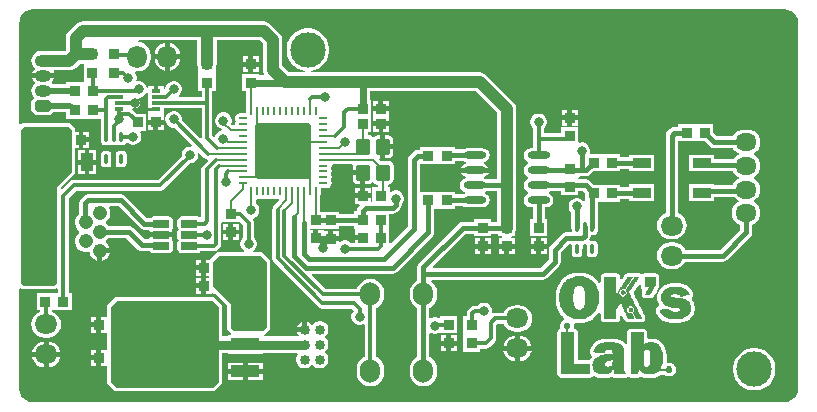
<source format=gtl>
G04*
G04 #@! TF.GenerationSoftware,Altium Limited,Altium Designer,21.0.8 (223)*
G04*
G04 Layer_Physical_Order=1*
G04 Layer_Color=255*
%FSLAX25Y25*%
%MOIN*%
G70*
G04*
G04 #@! TF.SameCoordinates,76373615-CB27-452B-AC01-166D02EDBD73*
G04*
G04*
G04 #@! TF.FilePolarity,Positive*
G04*
G01*
G75*
%ADD13C,0.03150*%
%ADD14C,0.00787*%
%ADD21R,0.03347X0.03347*%
%ADD22R,0.05900X0.03300*%
%ADD23R,0.03347X0.03347*%
G04:AMPARAMS|DCode=24|XSize=55.12mil|YSize=47.24mil|CornerRadius=5.91mil|HoleSize=0mil|Usage=FLASHONLY|Rotation=270.000|XOffset=0mil|YOffset=0mil|HoleType=Round|Shape=RoundedRectangle|*
%AMROUNDEDRECTD24*
21,1,0.05512,0.03543,0,0,270.0*
21,1,0.04331,0.04724,0,0,270.0*
1,1,0.01181,-0.01772,-0.02165*
1,1,0.01181,-0.01772,0.02165*
1,1,0.01181,0.01772,0.02165*
1,1,0.01181,0.01772,-0.02165*
%
%ADD24ROUNDEDRECTD24*%
G04:AMPARAMS|DCode=25|XSize=185.04mil|YSize=185.04mil|CornerRadius=9.25mil|HoleSize=0mil|Usage=FLASHONLY|Rotation=180.000|XOffset=0mil|YOffset=0mil|HoleType=Round|Shape=RoundedRectangle|*
%AMROUNDEDRECTD25*
21,1,0.18504,0.16654,0,0,180.0*
21,1,0.16654,0.18504,0,0,180.0*
1,1,0.01850,-0.08327,0.08327*
1,1,0.01850,0.08327,0.08327*
1,1,0.01850,0.08327,-0.08327*
1,1,0.01850,-0.08327,-0.08327*
%
%ADD25ROUNDEDRECTD25*%
%ADD26O,0.00984X0.03150*%
%ADD27O,0.03150X0.00984*%
G04:AMPARAMS|DCode=28|XSize=11.81mil|YSize=31.5mil|CornerRadius=1.48mil|HoleSize=0mil|Usage=FLASHONLY|Rotation=180.000|XOffset=0mil|YOffset=0mil|HoleType=Round|Shape=RoundedRectangle|*
%AMROUNDEDRECTD28*
21,1,0.01181,0.02854,0,0,180.0*
21,1,0.00886,0.03150,0,0,180.0*
1,1,0.00295,-0.00443,0.01427*
1,1,0.00295,0.00443,0.01427*
1,1,0.00295,0.00443,-0.01427*
1,1,0.00295,-0.00443,-0.01427*
%
%ADD28ROUNDEDRECTD28*%
%ADD29R,0.03150X0.01181*%
%ADD30R,0.04000X0.06000*%
%ADD31R,0.09449X0.12992*%
%ADD32R,0.09449X0.03937*%
%ADD33O,0.07480X0.02362*%
G04:AMPARAMS|DCode=34|XSize=23.62mil|YSize=55.12mil|CornerRadius=2.36mil|HoleSize=0mil|Usage=FLASHONLY|Rotation=270.000|XOffset=0mil|YOffset=0mil|HoleType=Round|Shape=RoundedRectangle|*
%AMROUNDEDRECTD34*
21,1,0.02362,0.05039,0,0,270.0*
21,1,0.01890,0.05512,0,0,270.0*
1,1,0.00472,-0.02520,-0.00945*
1,1,0.00472,-0.02520,0.00945*
1,1,0.00472,0.02520,0.00945*
1,1,0.00472,0.02520,-0.00945*
%
%ADD34ROUNDEDRECTD34*%
%ADD59C,0.02362*%
%ADD60C,0.01575*%
%ADD61C,0.01181*%
%ADD62C,0.03937*%
%ADD63C,0.01968*%
%ADD64O,0.07500X0.06500*%
%ADD65C,0.11811*%
%ADD66O,0.06693X0.07874*%
%ADD67C,0.03347*%
%ADD68C,0.04756*%
%ADD69O,0.10236X0.04331*%
G04:AMPARAMS|DCode=70|XSize=55mil|YSize=40mil|CornerRadius=0mil|HoleSize=0mil|Usage=FLASHONLY|Rotation=0.000|XOffset=0mil|YOffset=0mil|HoleType=Round|Shape=Octagon|*
%AMOCTAGOND70*
4,1,8,0.02750,-0.01000,0.02750,0.01000,0.01750,0.02000,-0.01750,0.02000,-0.02750,0.01000,-0.02750,-0.01000,-0.01750,-0.02000,0.01750,-0.02000,0.02750,-0.01000,0.0*
%
%ADD70OCTAGOND70*%

%ADD71O,0.05500X0.04000*%
%ADD72O,0.06500X0.07500*%
%ADD73O,0.07087X0.05906*%
%ADD74C,0.03150*%
%ADD75C,0.03937*%
G36*
X160923Y387804D02*
X161031Y386981D01*
X161246Y386464D01*
Y385055D01*
X161246Y384949D01*
X161246D01*
Y384556D01*
X161246D01*
Y378847D01*
X162294D01*
Y376822D01*
X154874D01*
X154729Y377199D01*
X154719Y377322D01*
X155205Y377808D01*
X155568Y378436D01*
X155756Y379137D01*
Y379863D01*
X155568Y380564D01*
X155205Y381192D01*
X154692Y381705D01*
X154064Y382068D01*
X153363Y382256D01*
X152637D01*
X151936Y382068D01*
X151308Y381705D01*
X150795Y381192D01*
X150432Y380564D01*
X150244Y379863D01*
Y379745D01*
X150177Y379700D01*
X149677Y379968D01*
Y380543D01*
X147890D01*
Y378953D01*
X146315D01*
Y380543D01*
X144528D01*
Y380038D01*
X144028Y379972D01*
X143869Y380564D01*
X143506Y381192D01*
X142993Y381705D01*
X142365Y382068D01*
X141664Y382256D01*
X140991D01*
X140897Y382306D01*
X140587Y382679D01*
X140656Y382937D01*
Y383663D01*
X140468Y384364D01*
X140105Y384992D01*
X140061Y385037D01*
X140294Y385510D01*
X140900Y385431D01*
X142057Y385583D01*
X143135Y386029D01*
X144060Y386740D01*
X144771Y387665D01*
X145217Y388743D01*
X145369Y389900D01*
Y390900D01*
X145217Y392057D01*
X144771Y393135D01*
X144060Y394060D01*
X143135Y394771D01*
X142057Y395217D01*
X141250Y395323D01*
X141283Y395823D01*
X160923D01*
Y387804D01*
D02*
G37*
G36*
X182823Y394684D02*
Y386000D01*
X182931Y385178D01*
X183167Y384610D01*
X182897Y384110D01*
X181476D01*
Y384556D01*
X175768D01*
Y378847D01*
X177068D01*
Y373973D01*
X176967Y373468D01*
Y371533D01*
X175031D01*
X174379Y371403D01*
X173825Y371033D01*
X173455Y370480D01*
X173326Y369827D01*
X173455Y369174D01*
X173677Y368843D01*
X173455Y368511D01*
X173326Y367858D01*
X173192Y367696D01*
X172599Y367672D01*
X172203Y368068D01*
X172356Y368637D01*
Y369363D01*
X172168Y370064D01*
X171805Y370692D01*
X171292Y371205D01*
X170664Y371568D01*
X169963Y371756D01*
X169237D01*
X168536Y371568D01*
X167908Y371205D01*
X167395Y370692D01*
X167032Y370064D01*
X166844Y369363D01*
Y368637D01*
X167032Y367936D01*
X167395Y367308D01*
X167908Y366795D01*
X168536Y366432D01*
X169237Y366244D01*
X169209Y365756D01*
X169037D01*
X168336Y365568D01*
X167708Y365205D01*
X167195Y364692D01*
X166832Y364064D01*
X166784Y363883D01*
X166301Y363754D01*
X165906Y364148D01*
Y375100D01*
Y378847D01*
X166954D01*
Y384556D01*
X166954Y384556D01*
Y384949D01*
X166954D01*
X166954Y385055D01*
Y386464D01*
X167168Y386981D01*
X167277Y387804D01*
Y395823D01*
X181684D01*
X182823Y394684D01*
D02*
G37*
G36*
X260823Y371684D02*
Y349507D01*
X257177D01*
X256851Y349725D01*
X256286Y349837D01*
Y350347D01*
X256780Y350445D01*
X257502Y350927D01*
X257984Y351649D01*
X257996Y351713D01*
X253370D01*
X248744D01*
X248757Y351649D01*
X249238Y350927D01*
X249960Y350445D01*
X250454Y350347D01*
Y349837D01*
X249889Y349725D01*
X249108Y349203D01*
X248586Y348422D01*
X248403Y347500D01*
X248586Y346578D01*
X249108Y345797D01*
X249889Y345275D01*
X249990Y345255D01*
Y344745D01*
X249889Y344725D01*
X249570Y344512D01*
X246838D01*
Y345364D01*
X241235D01*
X241129Y345364D01*
X240735D01*
X240629Y345364D01*
X235027D01*
X235007Y345856D01*
Y354063D01*
X235027Y354555D01*
X240629D01*
X240735Y354555D01*
X241129D01*
X241235Y354555D01*
X246838D01*
Y355448D01*
X249631D01*
X249889Y355275D01*
X250454Y355163D01*
Y354653D01*
X249960Y354555D01*
X249238Y354072D01*
X248757Y353351D01*
X248744Y353287D01*
X253370D01*
X257996D01*
X257984Y353351D01*
X257502Y354072D01*
X256780Y354555D01*
X256286Y354653D01*
Y355163D01*
X256851Y355275D01*
X257632Y355797D01*
X258154Y356578D01*
X258338Y357500D01*
X258154Y358422D01*
X257632Y359203D01*
X256851Y359725D01*
X255929Y359909D01*
X250811D01*
X249889Y359725D01*
X249495Y359462D01*
X246838D01*
Y360264D01*
X241235D01*
X241129Y360264D01*
X240735D01*
X240629Y360264D01*
X235027D01*
Y359416D01*
X234409D01*
X233641Y359264D01*
X232990Y358828D01*
X231581Y357419D01*
X231146Y356768D01*
X230993Y356000D01*
Y333831D01*
X225367Y328206D01*
X224905Y328397D01*
Y332854D01*
X224905D01*
Y333146D01*
X224905D01*
Y337993D01*
X226000D01*
X226768Y338146D01*
X227419Y338581D01*
X228419Y339581D01*
X228854Y340232D01*
X229007Y341000D01*
Y341110D01*
X229205Y341308D01*
X229568Y341936D01*
X229756Y342637D01*
Y343363D01*
X229568Y344064D01*
X229205Y344692D01*
X228692Y345205D01*
X228064Y345568D01*
X227363Y345756D01*
X226637D01*
X225936Y345568D01*
X225457Y345291D01*
X224957Y345507D01*
Y346854D01*
X224314D01*
Y347745D01*
X224480D01*
X225172Y347882D01*
X225758Y348274D01*
X226149Y348860D01*
X226287Y349551D01*
Y353882D01*
X226149Y354573D01*
X225758Y355159D01*
X225172Y355551D01*
X224480Y355688D01*
X221992D01*
X221551Y356129D01*
X221743Y356591D01*
X221921D01*
Y360378D01*
Y364165D01*
X220937D01*
X220316Y364042D01*
X219790Y363690D01*
X219772Y363662D01*
X219170D01*
X219065Y363821D01*
X218479Y364212D01*
X217787Y364350D01*
X217621D01*
Y365146D01*
X218854D01*
Y370854D01*
X218803D01*
Y375854D01*
X218357D01*
Y378823D01*
X253684D01*
X260823Y371684D01*
D02*
G37*
G36*
X105900Y406194D02*
X356492D01*
X356500Y406193D01*
X356508Y406194D01*
X356797D01*
X357806Y406062D01*
X358883Y405615D01*
X359807Y404906D01*
X360517Y403981D01*
X360963Y402904D01*
X361095Y401902D01*
X361094Y401898D01*
Y280258D01*
X361094Y279800D01*
X361101Y279760D01*
X361066Y279279D01*
X360963Y278494D01*
X360517Y277417D01*
X359807Y276493D01*
X358883Y275783D01*
X357806Y275337D01*
X356803Y275205D01*
X356800Y275206D01*
X106658D01*
X106200Y275206D01*
X106160Y275199D01*
X105679Y275234D01*
X104894Y275337D01*
X103817Y275783D01*
X102893Y276493D01*
X102183Y277417D01*
X101737Y278494D01*
X101605Y279497D01*
X101606Y279500D01*
Y313038D01*
X102068Y313229D01*
X102148Y313148D01*
X102148Y313148D01*
X102539Y312887D01*
X103000Y312796D01*
X103000Y312796D01*
X113000Y312796D01*
X113000Y312796D01*
X113461Y312887D01*
X113851Y313148D01*
X113983Y313280D01*
X114445Y313088D01*
Y311554D01*
X113503D01*
X113397Y311554D01*
X113003D01*
X112897Y311554D01*
X107294D01*
Y305846D01*
X108518D01*
Y305282D01*
X107765Y304971D01*
X106840Y304260D01*
X106129Y303335D01*
X105683Y302257D01*
X105531Y301100D01*
X105683Y299943D01*
X106129Y298865D01*
X106840Y297940D01*
X107765Y297229D01*
X108843Y296783D01*
X110000Y296631D01*
X111000D01*
X112157Y296783D01*
X113235Y297229D01*
X114160Y297940D01*
X114871Y298865D01*
X115317Y299943D01*
X115469Y301100D01*
X115317Y302257D01*
X114871Y303335D01*
X114160Y304260D01*
X113235Y304971D01*
X112329Y305346D01*
X112428Y305846D01*
X112897D01*
X113003Y305846D01*
X113397D01*
X113503Y305846D01*
X119106D01*
Y311554D01*
X118058D01*
Y343303D01*
X120448Y345694D01*
X148600D01*
X149291Y345831D01*
X149877Y346223D01*
X158499Y354844D01*
X158763D01*
X159464Y355032D01*
X160092Y355395D01*
X160605Y355908D01*
X160968Y356536D01*
X161156Y357237D01*
Y357963D01*
X161112Y358126D01*
X161560Y358385D01*
X163207Y356738D01*
X163793Y356347D01*
X164217Y356263D01*
X164382Y355720D01*
X162723Y354061D01*
X162331Y353475D01*
X162194Y352784D01*
Y336967D01*
X161980Y336837D01*
X161694Y336755D01*
X161297Y337020D01*
X160744Y337130D01*
X155705D01*
X155152Y337020D01*
X154683Y336707D01*
X154370Y336238D01*
X154260Y335685D01*
Y333795D01*
X154370Y333242D01*
X154618Y332870D01*
X154370Y332498D01*
X154260Y331945D01*
Y330055D01*
X154370Y329502D01*
X154618Y329130D01*
X154370Y328758D01*
X154260Y328205D01*
Y326315D01*
X154370Y325762D01*
X154683Y325293D01*
X155152Y324980D01*
X155705Y324870D01*
X160744D01*
X161297Y324980D01*
X161766Y325293D01*
X161873Y325453D01*
X166308D01*
X166999Y325591D01*
X167585Y325983D01*
X168277Y326674D01*
X168669Y327260D01*
X168806Y327952D01*
Y334786D01*
X169146Y335146D01*
X174854D01*
Y335146D01*
X175169Y335276D01*
X176194Y334252D01*
Y330091D01*
X175795Y329692D01*
X175432Y329064D01*
X175244Y328363D01*
Y327637D01*
X175432Y326936D01*
X175795Y326308D01*
X176308Y325795D01*
X176465Y325704D01*
X176331Y325204D01*
X168000D01*
X168000Y325204D01*
X167539Y325113D01*
X167148Y324851D01*
X167148Y324851D01*
X165148Y322851D01*
X165029Y322673D01*
X163736D01*
Y320000D01*
Y317327D01*
X164796D01*
Y316673D01*
X163736D01*
Y314000D01*
Y311327D01*
X165622D01*
Y311501D01*
X166122Y311769D01*
X166197Y311719D01*
Y311146D01*
X167151D01*
X170796Y307501D01*
Y300000D01*
X170796Y300000D01*
X170887Y299539D01*
X171149Y299149D01*
X172147Y298150D01*
X171958Y297650D01*
X171012D01*
Y297184D01*
X169204D01*
Y307000D01*
X169204Y307000D01*
X169113Y307461D01*
X168851Y307852D01*
X168851Y307852D01*
X166851Y309852D01*
X166461Y310113D01*
X166000Y310204D01*
X166000Y310204D01*
X134000D01*
X134000Y310204D01*
X133539Y310113D01*
X133149Y309852D01*
X133149Y309852D01*
X131149Y307852D01*
X130887Y307461D01*
X130796Y307000D01*
X130796Y307000D01*
Y304101D01*
X130622Y303673D01*
X130296Y303673D01*
X128736D01*
Y301000D01*
Y298327D01*
X130296D01*
X130622Y298327D01*
X130796Y297899D01*
Y293101D01*
X130622Y292673D01*
X130296Y292673D01*
X128736D01*
Y290000D01*
Y287327D01*
X130296D01*
X130622Y287327D01*
X130796Y286899D01*
Y282000D01*
X130796Y282000D01*
X130887Y281539D01*
X131149Y281149D01*
X131149Y281149D01*
X133149Y279149D01*
X133539Y278887D01*
X134000Y278796D01*
X134000Y278796D01*
X166000D01*
X166000Y278796D01*
X166461Y278887D01*
X166851Y279149D01*
X166851Y279149D01*
X168851Y281149D01*
X169113Y281539D01*
X169204Y282000D01*
X169204Y282000D01*
Y291624D01*
X171012D01*
Y291350D01*
X182823D01*
Y291624D01*
X194205D01*
X194304Y291387D01*
X194373Y291124D01*
X194016Y290507D01*
X193822Y289781D01*
Y289030D01*
X194016Y288304D01*
X194392Y287653D01*
X194923Y287122D01*
X195574Y286746D01*
X196300Y286551D01*
X197052D01*
X197778Y286746D01*
X198429Y287122D01*
X198869Y287561D01*
X199177Y287615D01*
X199485Y287561D01*
X199925Y287122D01*
X200575Y286746D01*
X201301Y286551D01*
X202053D01*
X202779Y286746D01*
X203430Y287122D01*
X203961Y287653D01*
X204337Y288304D01*
X204532Y289030D01*
Y289781D01*
X204337Y290507D01*
X203961Y291158D01*
X203523Y291596D01*
X203468Y291905D01*
X203523Y292213D01*
X203961Y292652D01*
X204337Y293302D01*
X204532Y294028D01*
Y294780D01*
X204337Y295506D01*
X203961Y296157D01*
X203521Y296597D01*
X203467Y296905D01*
X203521Y297213D01*
X203961Y297653D01*
X204337Y298304D01*
X204532Y299030D01*
Y299781D01*
X204337Y300507D01*
X203961Y301158D01*
X203430Y301690D01*
X202779Y302065D01*
X202053Y302260D01*
X201301D01*
X200575Y302065D01*
X199925Y301690D01*
X199393Y301158D01*
X199322Y301035D01*
X198987Y301035D01*
X198775Y301087D01*
X198318Y301545D01*
X197708Y301897D01*
X197464Y301962D01*
Y299406D01*
X196676D01*
Y298618D01*
X194120D01*
X194185Y298374D01*
X194537Y297764D01*
X194617Y297684D01*
X194410Y297184D01*
X183020D01*
X182971Y297681D01*
X183283Y297746D01*
X183328Y297755D01*
X183719Y298016D01*
X184852Y299149D01*
X185113Y299539D01*
X185204Y300000D01*
X185204Y300000D01*
Y322000D01*
X185204Y322000D01*
X185113Y322461D01*
X184852Y322851D01*
X184852Y322851D01*
X182852Y324851D01*
X182461Y325113D01*
X182000Y325204D01*
X182000Y325204D01*
X179669D01*
X179535Y325704D01*
X179692Y325795D01*
X180205Y326308D01*
X180568Y326936D01*
X180756Y327637D01*
Y328363D01*
X180568Y329064D01*
X180205Y329692D01*
X179806Y330091D01*
Y335000D01*
X179669Y335691D01*
X179447Y336024D01*
X179635Y336585D01*
X179646Y336595D01*
X179847Y336649D01*
X180475Y337012D01*
X180988Y337525D01*
X181351Y338153D01*
X181539Y338854D01*
Y339580D01*
X181351Y340281D01*
X180988Y340909D01*
X180475Y341422D01*
X180316Y341514D01*
Y342559D01*
X180642Y342826D01*
X181295Y342955D01*
X181626Y343177D01*
X181957Y342955D01*
X182610Y342826D01*
X183263Y342955D01*
X183595Y343177D01*
X183926Y342955D01*
X184579Y342826D01*
X185232Y342955D01*
X185563Y343177D01*
X185894Y342955D01*
X186547Y342826D01*
X187200Y342955D01*
X187531Y343177D01*
X187863Y342955D01*
X187959Y342936D01*
X188123Y342394D01*
X186565Y340835D01*
X186217Y340315D01*
X186189Y340178D01*
X186031Y339941D01*
X185894Y339250D01*
Y323100D01*
X186031Y322409D01*
X186423Y321823D01*
X201323Y306923D01*
X201909Y306531D01*
X202600Y306394D01*
X212352D01*
X213074Y305671D01*
X212795Y305392D01*
X212432Y304764D01*
X212244Y304063D01*
Y303337D01*
X212432Y302636D01*
X212795Y302008D01*
X213308Y301495D01*
X213936Y301132D01*
X214637Y300944D01*
X215363D01*
X216064Y301132D01*
X216235Y301231D01*
X216735Y300942D01*
Y290348D01*
X216258Y290150D01*
X215313Y289424D01*
X214587Y288479D01*
X214131Y287377D01*
X213975Y286195D01*
Y285014D01*
X214131Y283832D01*
X214587Y282731D01*
X215313Y281785D01*
X216258Y281059D01*
X217360Y280603D01*
X218542Y280448D01*
X219724Y280603D01*
X220825Y281059D01*
X221771Y281785D01*
X222497Y282731D01*
X222953Y283832D01*
X223108Y285014D01*
Y286195D01*
X222953Y287377D01*
X222497Y288479D01*
X221771Y289424D01*
X220825Y290150D01*
X220348Y290348D01*
Y306452D01*
X220825Y306650D01*
X221771Y307376D01*
X222497Y308321D01*
X222953Y309423D01*
X223108Y310605D01*
Y311786D01*
X222953Y312968D01*
X222497Y314069D01*
X221771Y315015D01*
X220825Y315741D01*
X219724Y316197D01*
X218542Y316353D01*
X217360Y316197D01*
X216258Y315741D01*
X215313Y315015D01*
X214587Y314069D01*
X214145Y313002D01*
X203491D01*
X198961Y317531D01*
X199153Y317993D01*
X226000D01*
X226768Y318146D01*
X227419Y318581D01*
X239300Y330462D01*
X239735Y331113D01*
X239888Y331881D01*
Y339655D01*
X240629D01*
X240735Y339655D01*
X241129D01*
X241235Y339655D01*
X246838D01*
Y340498D01*
X249556D01*
X249889Y340275D01*
X250811Y340091D01*
X255929D01*
X256851Y340275D01*
X257632Y340797D01*
X258154Y341578D01*
X258338Y342500D01*
X258154Y343422D01*
X257632Y344203D01*
X256851Y344725D01*
X256750Y344745D01*
Y345255D01*
X256851Y345275D01*
X257177Y345493D01*
X260823D01*
Y335288D01*
X258809D01*
Y336136D01*
X253100D01*
Y335288D01*
X249281D01*
X248513Y335136D01*
X247862Y334700D01*
X234839Y321677D01*
X234404Y321026D01*
X234251Y320258D01*
Y315855D01*
X233975Y315741D01*
X233029Y315015D01*
X232304Y314069D01*
X231847Y312968D01*
X231692Y311786D01*
Y310605D01*
X231847Y309423D01*
X232304Y308321D01*
X233029Y307376D01*
X233975Y306650D01*
X234251Y306536D01*
Y290265D01*
X233975Y290150D01*
X233029Y289424D01*
X232304Y288479D01*
X231847Y287377D01*
X231692Y286195D01*
Y285014D01*
X231847Y283832D01*
X232304Y282731D01*
X233029Y281785D01*
X233975Y281059D01*
X235076Y280603D01*
X236258Y280448D01*
X237440Y280603D01*
X238542Y281059D01*
X239487Y281785D01*
X240213Y282731D01*
X240669Y283832D01*
X240825Y285014D01*
Y286195D01*
X240669Y287377D01*
X240213Y288479D01*
X239487Y289424D01*
X238542Y290150D01*
X238265Y290265D01*
Y297980D01*
X238765Y298269D01*
X239024Y298120D01*
X239725Y297932D01*
X240451D01*
X241151Y298120D01*
X241346Y298232D01*
X241846Y298097D01*
Y298097D01*
X241846Y298097D01*
X247554D01*
Y303805D01*
X241846D01*
Y303432D01*
X241346Y303144D01*
X241151Y303256D01*
X240451Y303444D01*
X239725D01*
X239024Y303256D01*
X238765Y303106D01*
X238265Y303395D01*
Y306536D01*
X238542Y306650D01*
X239487Y307376D01*
X240213Y308321D01*
X240669Y309423D01*
X240825Y310605D01*
Y311786D01*
X240669Y312968D01*
X240213Y314069D01*
X239487Y315015D01*
X238864Y315493D01*
X239034Y315993D01*
X276000D01*
X276768Y316146D01*
X277419Y316581D01*
X281419Y320581D01*
X281854Y321232D01*
X282007Y322000D01*
Y325169D01*
X284635Y327797D01*
X285553D01*
X285643Y327687D01*
Y324833D01*
X285746Y324314D01*
X286040Y323875D01*
X286480Y323581D01*
X286998Y323478D01*
X287884D01*
X288402Y323581D01*
X288842Y323875D01*
X288906Y323887D01*
X289109Y323752D01*
X289213Y323731D01*
Y324701D01*
X289239Y324833D01*
Y326260D01*
X290761D01*
Y324833D01*
X290787Y324701D01*
Y323731D01*
X290891Y323752D01*
X291094Y323887D01*
X291158Y323875D01*
X291598Y323581D01*
X292116Y323478D01*
X293002D01*
X293520Y323581D01*
X293960Y323875D01*
X294254Y324314D01*
X294357Y324833D01*
Y327687D01*
X294254Y328205D01*
X293960Y328645D01*
X293520Y328939D01*
X293002Y329042D01*
X292116D01*
X291782Y328975D01*
X291698Y329052D01*
X291501Y329429D01*
X291854Y329958D01*
X291958Y330480D01*
X292116Y330958D01*
X293002D01*
X293520Y331061D01*
X293960Y331355D01*
X294254Y331795D01*
X294357Y332313D01*
Y332887D01*
X294413Y332972D01*
X294566Y333740D01*
Y342002D01*
X295697D01*
X295803Y342002D01*
X296197D01*
X296303Y342002D01*
X301905D01*
Y342960D01*
X304830D01*
Y342248D01*
X313092D01*
Y347910D01*
X304830D01*
Y346974D01*
X301905D01*
Y347710D01*
X296303D01*
X296197Y347710D01*
X295803D01*
X295697Y347710D01*
X292933D01*
X291724Y348919D01*
X291073Y349354D01*
X290305Y349507D01*
X288150D01*
X287919Y349738D01*
X287949Y350264D01*
X288276Y350493D01*
X290449D01*
X291217Y350646D01*
X291868Y351081D01*
X292933Y352146D01*
X295697D01*
X295803Y352146D01*
X296197D01*
X296303Y352146D01*
X301905D01*
Y352954D01*
X304830D01*
Y352090D01*
X313092D01*
Y357752D01*
X304830D01*
Y356968D01*
X301905D01*
Y357854D01*
X296303D01*
X296197Y357854D01*
X295803D01*
X295697Y357854D01*
X292064D01*
X291680Y358354D01*
X291756Y358637D01*
Y359363D01*
X291568Y360064D01*
X291205Y360692D01*
X290692Y361205D01*
X290064Y361568D01*
X289363Y361756D01*
X288637D01*
X288354Y361680D01*
X287854Y362064D01*
Y366803D01*
X282146D01*
Y364806D01*
X276436D01*
Y366539D01*
X276835Y366938D01*
X277198Y367566D01*
X277386Y368267D01*
Y368993D01*
X277198Y369694D01*
X276835Y370322D01*
X276322Y370835D01*
X275694Y371198D01*
X274993Y371386D01*
X274267D01*
X273566Y371198D01*
X272938Y370835D01*
X272425Y370322D01*
X272062Y369694D01*
X271874Y368993D01*
Y368267D01*
X272062Y367566D01*
X272425Y366938D01*
X272824Y366539D01*
Y363000D01*
Y359909D01*
X272071D01*
X271149Y359725D01*
X270368Y359203D01*
X269846Y358422D01*
X269662Y357500D01*
X269846Y356578D01*
X270368Y355797D01*
X271149Y355275D01*
X271250Y355255D01*
Y354745D01*
X271149Y354725D01*
X270368Y354203D01*
X269846Y353422D01*
X269662Y352500D01*
X269846Y351578D01*
X270368Y350797D01*
X271149Y350275D01*
X271250Y350255D01*
Y349745D01*
X271149Y349725D01*
X270368Y349203D01*
X269846Y348422D01*
X269662Y347500D01*
X269846Y346578D01*
X270368Y345797D01*
X271149Y345275D01*
X271250Y345255D01*
Y344745D01*
X271149Y344725D01*
X270368Y344203D01*
X269846Y343422D01*
X269662Y342500D01*
X269846Y341578D01*
X270368Y340797D01*
X271149Y340275D01*
X272071Y340091D01*
X272716D01*
Y336136D01*
X271869D01*
Y330427D01*
X277577D01*
Y336136D01*
X276730D01*
Y340091D01*
X277189D01*
X278111Y340275D01*
X278892Y340797D01*
X279414Y341578D01*
X279597Y342500D01*
X279414Y343422D01*
X278892Y344203D01*
X278111Y344725D01*
X278010Y344745D01*
Y345255D01*
X278111Y345275D01*
X278437Y345493D01*
X282146D01*
Y344094D01*
X287854D01*
Y345493D01*
X289473D01*
X290094Y344872D01*
Y342357D01*
X289814Y342217D01*
X289595Y342185D01*
X289133Y342646D01*
X288505Y343009D01*
X287804Y343197D01*
X287078D01*
X286377Y343009D01*
X285749Y342646D01*
X285236Y342133D01*
X284873Y341505D01*
X284685Y340804D01*
Y340078D01*
X284873Y339377D01*
X285236Y338749D01*
X285434Y338551D01*
Y333740D01*
X285587Y332972D01*
X285643Y332887D01*
Y332313D01*
X285666Y332197D01*
X285349Y331811D01*
X283804D01*
X283036Y331658D01*
X282385Y331223D01*
X278581Y327419D01*
X278146Y326768D01*
X277993Y326000D01*
Y322831D01*
X275169Y320007D01*
X239499D01*
X239307Y320469D01*
X250113Y331274D01*
X253100D01*
Y330427D01*
X258809D01*
Y331274D01*
X261146D01*
Y330427D01*
X262346D01*
X262415Y330352D01*
X262195Y329852D01*
X261327D01*
Y327966D01*
X264000D01*
X266673D01*
Y329852D01*
X265805D01*
X265585Y330352D01*
X265654Y330427D01*
X266854D01*
Y331942D01*
X267069Y332459D01*
X267177Y333281D01*
Y348000D01*
Y373000D01*
X267069Y373822D01*
X266751Y374588D01*
X266246Y375246D01*
X257246Y384246D01*
X256588Y384751D01*
X255822Y385068D01*
X255000Y385177D01*
X198766D01*
X198717Y385677D01*
X199767Y385886D01*
X201057Y386420D01*
X202218Y387195D01*
X203204Y388182D01*
X203980Y389343D01*
X204514Y390633D01*
X204787Y392002D01*
Y393398D01*
X204514Y394767D01*
X203980Y396057D01*
X203204Y397217D01*
X202218Y398204D01*
X201057Y398980D01*
X199767Y399514D01*
X198398Y399787D01*
X197002D01*
X195633Y399514D01*
X194343Y398980D01*
X193183Y398204D01*
X192195Y397217D01*
X191420Y396057D01*
X190886Y394767D01*
X190613Y393398D01*
Y392002D01*
X190886Y390633D01*
X191420Y389343D01*
X192195Y388182D01*
X193183Y387195D01*
X194343Y386420D01*
X195633Y385886D01*
X196683Y385677D01*
X196634Y385177D01*
X191316D01*
X189177Y387316D01*
Y396000D01*
X189068Y396822D01*
X188751Y397588D01*
X188246Y398246D01*
X185246Y401246D01*
X184588Y401751D01*
X183822Y402069D01*
X183000Y402177D01*
X122613D01*
X121791Y402069D01*
X121025Y401751D01*
X120367Y401246D01*
X118060Y398940D01*
X117555Y398282D01*
X117238Y397516D01*
X117130Y396694D01*
Y392467D01*
X116840Y392177D01*
X110491D01*
X110250Y392209D01*
X108750D01*
X107920Y392099D01*
X107146Y391779D01*
X106481Y391269D01*
X105971Y390604D01*
X105651Y389830D01*
X105542Y389000D01*
X105651Y388170D01*
X105971Y387396D01*
X106481Y386731D01*
X106610Y386632D01*
Y386140D01*
X106130Y385513D01*
X105829Y384787D01*
X113171D01*
X112949Y385323D01*
X113214Y385823D01*
X118156D01*
X118978Y385931D01*
X119744Y386249D01*
X120402Y386754D01*
X121623Y387974D01*
X122575D01*
X123046Y387903D01*
X123046Y387474D01*
Y382254D01*
X122961Y382114D01*
X122687Y381854D01*
X117095D01*
Y381208D01*
X112823D01*
X112390Y381635D01*
Y381860D01*
X112871Y382487D01*
X113171Y383213D01*
X105829D01*
X106130Y382487D01*
X106610Y381860D01*
Y381368D01*
X106481Y381269D01*
X105971Y380604D01*
X105651Y379830D01*
X105542Y379000D01*
X105651Y378170D01*
X105971Y377396D01*
X106481Y376731D01*
X106495Y376517D01*
X105569Y375590D01*
Y372410D01*
X107159Y370819D01*
X111841D01*
X112814Y371792D01*
X117095D01*
Y369646D01*
X122697D01*
X122803Y369646D01*
X123197D01*
X123303Y369646D01*
X128635D01*
Y363740D01*
X128643Y363697D01*
Y362313D01*
X128746Y361795D01*
X129040Y361355D01*
X129480Y361061D01*
X129998Y360958D01*
X130884D01*
X131402Y361061D01*
X131720Y361274D01*
X132039Y361061D01*
X132557Y360958D01*
X133443D01*
X133961Y361061D01*
X134280Y361274D01*
X134598Y361061D01*
X135116Y360958D01*
X136002D01*
X136520Y361061D01*
X136960Y361355D01*
X137029Y361459D01*
X137671Y361525D01*
X137729Y361467D01*
X138357Y361104D01*
X139058Y360916D01*
X139784D01*
X140485Y361104D01*
X141113Y361467D01*
X141626Y361980D01*
X141989Y362608D01*
X142177Y363309D01*
Y364035D01*
X141989Y364736D01*
X141752Y365146D01*
X142018Y365646D01*
X143803D01*
Y371354D01*
X140649D01*
X139401Y372602D01*
X139241Y372709D01*
X139392Y373209D01*
X139866D01*
X139945Y373194D01*
X140636Y373331D01*
X141222Y373723D01*
X141614Y374309D01*
X141751Y375000D01*
X141614Y375691D01*
X141244Y376244D01*
X141294Y376469D01*
X141431Y376744D01*
X141664D01*
X142365Y376932D01*
X142993Y377295D01*
X143506Y377808D01*
X143846Y378397D01*
X143892Y378409D01*
X144346Y378152D01*
Y373244D01*
X144528D01*
Y373244D01*
X146928D01*
X147102Y373209D01*
Y372260D01*
X144528D01*
X144527Y371611D01*
X144378Y371173D01*
X144378Y371019D01*
Y369287D01*
X149724D01*
Y370976D01*
X149724Y371173D01*
X149677Y371654D01*
Y373209D01*
X162294D01*
Y363468D01*
X162133Y363346D01*
X161816Y363239D01*
X155756Y369299D01*
Y369863D01*
X155568Y370564D01*
X155205Y371192D01*
X154692Y371705D01*
X154064Y372068D01*
X153363Y372256D01*
X152637D01*
X151936Y372068D01*
X151308Y371705D01*
X150795Y371192D01*
X150432Y370564D01*
X150244Y369863D01*
Y369137D01*
X150432Y368436D01*
X150795Y367808D01*
X151308Y367295D01*
X151936Y366932D01*
X152637Y366744D01*
X153201D01*
X159185Y360760D01*
X158926Y360312D01*
X158763Y360356D01*
X158037D01*
X157336Y360168D01*
X156708Y359805D01*
X156195Y359292D01*
X155832Y358664D01*
X155644Y357963D01*
Y357237D01*
X155673Y357128D01*
X147852Y349306D01*
X119700D01*
X119009Y349169D01*
X118423Y348777D01*
X115937Y346292D01*
X115407Y346468D01*
X115377Y346674D01*
X119852Y351149D01*
X120113Y351539D01*
X120204Y352000D01*
X120204Y352000D01*
Y360027D01*
X121364D01*
Y362700D01*
Y365373D01*
X120204D01*
Y366000D01*
X120113Y366461D01*
X119852Y366851D01*
X119852Y366851D01*
X118851Y367851D01*
X118461Y368113D01*
X118000Y368204D01*
X118000Y368204D01*
X103000Y368204D01*
X102539Y368113D01*
X102148Y367851D01*
X102148Y367851D01*
X102068Y367771D01*
X101606Y367962D01*
Y401142D01*
X101606Y401600D01*
X101599Y401640D01*
X101634Y402121D01*
X101737Y402906D01*
X102183Y403983D01*
X102893Y404907D01*
X103817Y405617D01*
X104894Y406063D01*
X105896Y406195D01*
X105900Y406194D01*
D02*
G37*
G36*
X212657Y354055D02*
X212622Y353882D01*
Y352504D01*
X216016D01*
Y351717D01*
X216803D01*
Y347930D01*
X217787D01*
X218408Y348053D01*
X218934Y348405D01*
X218953Y348432D01*
X219554D01*
X219660Y348274D01*
X220246Y347882D01*
X220937Y347745D01*
X221103D01*
Y346854D01*
X219248D01*
Y342007D01*
X218673D01*
Y343213D01*
X216000D01*
X213327D01*
Y341327D01*
X214835D01*
X215026Y340865D01*
X214581Y340419D01*
X214146Y339768D01*
X213993Y339000D01*
Y338854D01*
X213094D01*
Y337938D01*
X208155D01*
Y338645D01*
X203242D01*
Y338717D01*
X201932D01*
Y344027D01*
X202033Y344531D01*
Y346467D01*
X203969D01*
X204621Y346597D01*
X205175Y346967D01*
X205545Y347520D01*
X205675Y348173D01*
X205545Y348826D01*
X205323Y349158D01*
X205545Y349489D01*
X205675Y350142D01*
X205545Y350795D01*
X205323Y351126D01*
X205545Y351457D01*
X205675Y352110D01*
X205545Y352763D01*
X205323Y353095D01*
X205545Y353426D01*
X205675Y354079D01*
X205972Y354442D01*
X212340D01*
X212657Y354055D01*
D02*
G37*
G36*
X213094Y333146D02*
X213209D01*
X213276Y332673D01*
X213276D01*
Y330787D01*
X215949D01*
Y329213D01*
X213276D01*
Y328156D01*
X212170D01*
X211771Y328555D01*
X211142Y328918D01*
X210441Y329105D01*
X209716D01*
X209015Y328918D01*
X208474Y328606D01*
X207974Y328777D01*
Y328901D01*
X205301D01*
Y329689D01*
X204513D01*
Y332362D01*
X203061D01*
Y332433D01*
X201175D01*
Y329760D01*
X199600D01*
Y332433D01*
X198397D01*
Y333008D01*
X202447D01*
Y332937D01*
X208155D01*
Y333924D01*
X213094D01*
Y333146D01*
D02*
G37*
G36*
X119000Y366000D02*
Y352000D01*
X114000Y347000D01*
Y315000D01*
X113000Y314000D01*
X103000Y314000D01*
X102000Y315000D01*
X102000Y366000D01*
X103000Y367000D01*
X118000Y367000D01*
X119000Y366000D01*
D02*
G37*
G36*
X184000Y322000D02*
Y300000D01*
X182867Y298867D01*
X173133D01*
X172000Y300000D01*
Y308000D01*
X166000Y314000D01*
Y322000D01*
X168000Y324000D01*
X182000D01*
X184000Y322000D01*
D02*
G37*
G36*
X168000Y307000D02*
Y282000D01*
X166000Y280000D01*
X134000D01*
X132000Y282000D01*
Y307000D01*
X134000Y309000D01*
X166000D01*
X168000Y307000D01*
D02*
G37*
%LPC*%
G36*
X151687Y395083D02*
Y391187D01*
X155149D01*
X155041Y392009D01*
X154612Y393043D01*
X153931Y393931D01*
X153043Y394612D01*
X152009Y395041D01*
X151687Y395083D01*
D02*
G37*
G36*
X150113D02*
X149791Y395041D01*
X148757Y394612D01*
X147869Y393931D01*
X147188Y393043D01*
X146759Y392009D01*
X146651Y391187D01*
X150113D01*
Y395083D01*
D02*
G37*
G36*
X155149Y389613D02*
X151687D01*
Y385717D01*
X152009Y385759D01*
X153043Y386188D01*
X153931Y386869D01*
X154612Y387757D01*
X155041Y388790D01*
X155149Y389613D01*
D02*
G37*
G36*
X150113D02*
X146651D01*
X146759Y388790D01*
X147188Y387757D01*
X147869Y386869D01*
X148757Y386188D01*
X149791Y385759D01*
X150113Y385717D01*
Y389613D01*
D02*
G37*
G36*
X181295Y390477D02*
X179409D01*
Y388591D01*
X181295D01*
Y390477D01*
D02*
G37*
G36*
X177834D02*
X175949D01*
Y388591D01*
X177834D01*
Y390477D01*
D02*
G37*
G36*
X181295Y387016D02*
X179409D01*
Y385130D01*
X181295D01*
Y387016D01*
D02*
G37*
G36*
X177834D02*
X175949D01*
Y385130D01*
X177834D01*
Y387016D01*
D02*
G37*
G36*
X224724Y375673D02*
X222839D01*
Y373787D01*
X224724D01*
Y375673D01*
D02*
G37*
G36*
X221264D02*
X219378D01*
Y373787D01*
X221264D01*
Y375673D01*
D02*
G37*
G36*
X224724Y372213D02*
X219378D01*
Y370327D01*
X219429D01*
Y368787D01*
X224776D01*
Y370673D01*
X224724D01*
Y372213D01*
D02*
G37*
G36*
X224776Y367213D02*
X222890D01*
Y365327D01*
X224776D01*
Y367213D01*
D02*
G37*
G36*
X221315D02*
X219429D01*
Y365327D01*
X221315D01*
Y367213D01*
D02*
G37*
G36*
X224480Y364165D02*
X223496D01*
Y361165D01*
X226102D01*
Y362543D01*
X225979Y363164D01*
X225627Y363690D01*
X225101Y364042D01*
X224480Y364165D01*
D02*
G37*
G36*
X226102Y359591D02*
X223496D01*
Y356591D01*
X224480D01*
X225101Y356714D01*
X225627Y357066D01*
X225979Y357592D01*
X226102Y358213D01*
Y359591D01*
D02*
G37*
G36*
X287673Y372724D02*
X285787D01*
Y370839D01*
X287673D01*
Y372724D01*
D02*
G37*
G36*
X284213D02*
X282327D01*
Y370839D01*
X284213D01*
Y372724D01*
D02*
G37*
G36*
X287673Y369264D02*
X285787D01*
Y367378D01*
X287673D01*
Y369264D01*
D02*
G37*
G36*
X284213D02*
X282327D01*
Y367378D01*
X284213D01*
Y369264D01*
D02*
G37*
G36*
X149724Y367713D02*
X147839D01*
Y365827D01*
X149724D01*
Y367713D01*
D02*
G37*
G36*
X146264D02*
X144378D01*
Y365827D01*
X146264D01*
Y367713D01*
D02*
G37*
G36*
X124824Y365373D02*
X122939D01*
Y363487D01*
X124824D01*
Y365373D01*
D02*
G37*
G36*
Y361913D02*
X122939D01*
Y360027D01*
X124824D01*
Y361913D01*
D02*
G37*
G36*
X136002Y359042D02*
X135116D01*
X134598Y358939D01*
X134158Y358645D01*
X134094Y358632D01*
X133891Y358768D01*
X133787Y358789D01*
Y357819D01*
X133761Y357687D01*
Y356260D01*
Y354833D01*
X133787Y354701D01*
Y353731D01*
X133891Y353752D01*
X134094Y353888D01*
X134158Y353875D01*
X134598Y353581D01*
X135116Y353478D01*
X136002D01*
X136520Y353581D01*
X136960Y353875D01*
X137254Y354314D01*
X137357Y354833D01*
Y357687D01*
X137254Y358205D01*
X136960Y358645D01*
X136520Y358939D01*
X136002Y359042D01*
D02*
G37*
G36*
X327197Y367854D02*
X326803D01*
X326697Y367854D01*
X321094D01*
Y367007D01*
X319922D01*
X319154Y366854D01*
X318503Y366419D01*
X317581Y365497D01*
X317146Y364846D01*
X316993Y364077D01*
Y338172D01*
X316265Y337871D01*
X315340Y337160D01*
X314629Y336235D01*
X314183Y335157D01*
X314031Y334000D01*
X314183Y332843D01*
X314629Y331765D01*
X315340Y330840D01*
X316265Y330129D01*
X317343Y329683D01*
X318500Y329531D01*
X319500D01*
X320657Y329683D01*
X321735Y330129D01*
X322660Y330840D01*
X323371Y331765D01*
X323817Y332843D01*
X323969Y334000D01*
X323817Y335157D01*
X323371Y336235D01*
X322660Y337160D01*
X321735Y337871D01*
X321007Y338172D01*
Y361682D01*
X321094Y362146D01*
X326697D01*
X326803Y362146D01*
X327197D01*
X327303Y362146D01*
X330067D01*
X331821Y360392D01*
X332472Y359957D01*
X333240Y359804D01*
X339569D01*
X339601Y359726D01*
X340264Y358863D01*
X341127Y358200D01*
X341311Y358124D01*
Y357624D01*
X341127Y357548D01*
X340264Y356885D01*
X339895Y356405D01*
X333171D01*
Y357752D01*
X324908D01*
Y352090D01*
X333171D01*
Y352391D01*
X339378D01*
X339601Y351852D01*
X340264Y350989D01*
X341127Y350326D01*
X341311Y350250D01*
Y349750D01*
X341127Y349674D01*
X340264Y349011D01*
X339601Y348148D01*
X339352Y347546D01*
X333171D01*
Y347910D01*
X324908D01*
Y342248D01*
X333171D01*
Y343532D01*
X339943D01*
X340264Y343115D01*
X341127Y342452D01*
X341311Y342376D01*
Y341876D01*
X341127Y341800D01*
X340264Y341137D01*
X339601Y340274D01*
X339184Y339268D01*
X339042Y338189D01*
X339184Y337110D01*
X339601Y336104D01*
X340264Y335241D01*
X341127Y334578D01*
X341795Y334301D01*
Y332634D01*
X335169Y326007D01*
X323465D01*
X323371Y326235D01*
X322660Y327160D01*
X321735Y327871D01*
X320657Y328317D01*
X319500Y328469D01*
X318500D01*
X317343Y328317D01*
X316265Y327871D01*
X315340Y327160D01*
X314629Y326235D01*
X314183Y325157D01*
X314031Y324000D01*
X314183Y322843D01*
X314629Y321765D01*
X315340Y320840D01*
X316265Y320129D01*
X317343Y319683D01*
X318500Y319531D01*
X319500D01*
X320657Y319683D01*
X321735Y320129D01*
X322660Y320840D01*
X323371Y321765D01*
X323465Y321993D01*
X336000D01*
X336768Y322146D01*
X337419Y322581D01*
X345222Y330383D01*
X345657Y331034D01*
X345810Y331803D01*
Y334301D01*
X346478Y334578D01*
X347341Y335241D01*
X348004Y336104D01*
X348421Y337110D01*
X348563Y338189D01*
X348421Y339268D01*
X348004Y340274D01*
X347341Y341137D01*
X346478Y341800D01*
X346294Y341876D01*
Y342376D01*
X346478Y342452D01*
X347341Y343115D01*
X348004Y343978D01*
X348421Y344984D01*
X348563Y346063D01*
X348421Y347142D01*
X348004Y348148D01*
X347341Y349011D01*
X346478Y349674D01*
X346294Y349750D01*
Y350250D01*
X346478Y350326D01*
X347341Y350989D01*
X348004Y351852D01*
X348421Y352858D01*
X348563Y353937D01*
X348421Y355016D01*
X348004Y356022D01*
X347341Y356885D01*
X346478Y357548D01*
X346294Y357624D01*
Y358124D01*
X346478Y358200D01*
X347341Y358863D01*
X348004Y359726D01*
X348421Y360732D01*
X348563Y361811D01*
X348421Y362890D01*
X348004Y363896D01*
X347341Y364759D01*
X346478Y365422D01*
X345472Y365839D01*
X344393Y365981D01*
X343212D01*
X342133Y365839D01*
X341127Y365422D01*
X340264Y364759D01*
X339601Y363896D01*
X339569Y363818D01*
X334071D01*
X332906Y364984D01*
Y367854D01*
X327303D01*
X327197Y367854D01*
D02*
G37*
G36*
X127100Y359200D02*
X124887D01*
Y355987D01*
X127100D01*
Y359200D01*
D02*
G37*
G36*
X123313D02*
X121100D01*
Y355987D01*
X123313D01*
Y359200D01*
D02*
G37*
G36*
X130884Y359042D02*
X129998D01*
X129480Y358939D01*
X129040Y358645D01*
X128746Y358205D01*
X128643Y357687D01*
Y354833D01*
X128746Y354314D01*
X129040Y353875D01*
X129480Y353581D01*
X129998Y353478D01*
X130884D01*
X131402Y353581D01*
X131842Y353875D01*
X131906Y353887D01*
X132109Y353752D01*
X132213Y353731D01*
Y354701D01*
X132239Y354833D01*
Y356260D01*
Y357687D01*
X132213Y357819D01*
Y358789D01*
X132109Y358768D01*
X131906Y358632D01*
X131842Y358645D01*
X131402Y358939D01*
X130884Y359042D01*
D02*
G37*
G36*
X127100Y354413D02*
X124887D01*
Y351200D01*
X127100D01*
Y354413D01*
D02*
G37*
G36*
X123313D02*
X121100D01*
Y351200D01*
X123313D01*
Y354413D01*
D02*
G37*
G36*
X174673Y334571D02*
X172787D01*
Y332685D01*
X174673D01*
Y334571D01*
D02*
G37*
G36*
X171213D02*
X169327D01*
Y332685D01*
X171213D01*
Y334571D01*
D02*
G37*
G36*
X135500Y344507D02*
X124423D01*
X123654Y344354D01*
X123003Y343919D01*
X122081Y342997D01*
X121646Y342346D01*
X121493Y341578D01*
Y338010D01*
X121472Y337998D01*
X120809Y337335D01*
X120341Y336523D01*
X120098Y335618D01*
Y334681D01*
X120341Y333776D01*
X120809Y332964D01*
X121472Y332302D01*
X121562Y332250D01*
Y331750D01*
X121472Y331698D01*
X120809Y331036D01*
X120341Y330224D01*
X120098Y329319D01*
Y328382D01*
X120341Y327477D01*
X120809Y326665D01*
X121472Y326002D01*
X122284Y325534D01*
X123189Y325291D01*
X124126D01*
X124743Y325457D01*
X125004Y325256D01*
X125234Y324397D01*
X125679Y323627D01*
X126308Y322998D01*
X127078Y322553D01*
X127594Y322415D01*
Y325701D01*
X128382D01*
Y326488D01*
X131668D01*
X131530Y327005D01*
X131085Y327775D01*
X130456Y328404D01*
X130297Y328496D01*
Y328996D01*
X130567Y329152D01*
X131230Y329815D01*
X131333Y329993D01*
X137169D01*
X141081Y326081D01*
X141732Y325646D01*
X142500Y325493D01*
X145101D01*
X145234Y325293D01*
X145703Y324980D01*
X146256Y324870D01*
X151295D01*
X151848Y324980D01*
X152317Y325293D01*
X152630Y325762D01*
X152740Y326315D01*
Y328205D01*
X152630Y328758D01*
X152317Y329227D01*
X152256Y329268D01*
X152460Y329573D01*
X152556Y330055D01*
Y330213D01*
X148776D01*
X144995D01*
Y330055D01*
X145005Y330007D01*
X144595Y329507D01*
X143331D01*
X139419Y333419D01*
X138768Y333854D01*
X138000Y334007D01*
X131333D01*
X131230Y334185D01*
X130567Y334848D01*
X130478Y334900D01*
Y335400D01*
X130567Y335451D01*
X131230Y336114D01*
X131698Y336926D01*
X131941Y337831D01*
Y338768D01*
X131698Y339673D01*
X131514Y339993D01*
X131802Y340493D01*
X134669D01*
X141841Y333321D01*
X142492Y332886D01*
X143260Y332733D01*
X144694D01*
X144783Y332665D01*
X145053Y332233D01*
X144995Y331945D01*
Y331787D01*
X148776D01*
X152556D01*
Y331945D01*
X152460Y332427D01*
X152256Y332733D01*
X152317Y332773D01*
X152630Y333242D01*
X152740Y333795D01*
Y335685D01*
X152630Y336238D01*
X152317Y336707D01*
X151848Y337020D01*
X151295Y337130D01*
X146256D01*
X145703Y337020D01*
X145294Y336747D01*
X144091D01*
X136919Y343919D01*
X136268Y344354D01*
X135500Y344507D01*
D02*
G37*
G36*
X174673Y331110D02*
X172787D01*
Y329224D01*
X174673D01*
Y331110D01*
D02*
G37*
G36*
X171213D02*
X169327D01*
Y329224D01*
X171213D01*
Y331110D01*
D02*
G37*
G36*
X277396Y329852D02*
X275510D01*
Y327966D01*
X277396D01*
Y329852D01*
D02*
G37*
G36*
X258628D02*
X256742D01*
Y327966D01*
X258628D01*
Y329852D01*
D02*
G37*
G36*
X273936D02*
X272050D01*
Y327966D01*
X273936D01*
Y329852D01*
D02*
G37*
G36*
X255167D02*
X253281D01*
Y327966D01*
X255167D01*
Y329852D01*
D02*
G37*
G36*
X277396Y326392D02*
X275510D01*
Y324506D01*
X277396D01*
Y326392D01*
D02*
G37*
G36*
X273936D02*
X272050D01*
Y324506D01*
X273936D01*
Y326392D01*
D02*
G37*
G36*
X266673D02*
X264787D01*
Y324506D01*
X266673D01*
Y326392D01*
D02*
G37*
G36*
X263213D02*
X261327D01*
Y324506D01*
X263213D01*
Y326392D01*
D02*
G37*
G36*
X258628D02*
X256742D01*
Y324506D01*
X258628D01*
Y326392D01*
D02*
G37*
G36*
X255167D02*
X253281D01*
Y324506D01*
X255167D01*
Y326392D01*
D02*
G37*
G36*
X131668Y324913D02*
X129169D01*
Y322415D01*
X129686Y322553D01*
X130456Y322998D01*
X131085Y323627D01*
X131530Y324397D01*
X131668Y324913D01*
D02*
G37*
G36*
X162161Y322673D02*
X160276D01*
Y320787D01*
X162161D01*
Y322673D01*
D02*
G37*
G36*
Y319213D02*
X160276D01*
Y317327D01*
X162161D01*
Y319213D01*
D02*
G37*
G36*
Y316673D02*
X160276D01*
Y314787D01*
X162161D01*
Y316673D01*
D02*
G37*
G36*
Y313213D02*
X160276D01*
Y311327D01*
X162161D01*
Y313213D01*
D02*
G37*
G36*
X289615Y318320D02*
X286731D01*
X286270Y318228D01*
X286119Y318127D01*
X285962D01*
X285501Y318036D01*
X285335Y317925D01*
X284924Y317843D01*
X284677Y317678D01*
X284539Y317651D01*
X284292Y317486D01*
X284155Y317459D01*
X283908Y317294D01*
X283770Y317266D01*
X283379Y317005D01*
X283302Y316890D01*
X283187Y316813D01*
X283110Y316698D01*
X282995Y316621D01*
X282918Y316506D01*
X282802Y316428D01*
X282725Y316313D01*
X282610Y316236D01*
X282533Y316121D01*
X282418Y316044D01*
X282341Y315929D01*
X282225Y315851D01*
X282148Y315736D01*
X282033Y315659D01*
X281772Y315268D01*
X281748Y315149D01*
X281648Y315082D01*
X281387Y314692D01*
X281360Y314554D01*
X281195Y314307D01*
X281168Y314169D01*
X281003Y313922D01*
X280975Y313785D01*
X280810Y313538D01*
X280729Y313126D01*
X280618Y312961D01*
X280526Y312500D01*
Y312150D01*
X280426Y311999D01*
X280334Y311539D01*
Y308461D01*
X280426Y308001D01*
X280526Y307850D01*
Y307500D01*
X280618Y307039D01*
X280729Y306874D01*
X280810Y306462D01*
X280975Y306216D01*
X281003Y306078D01*
X281168Y305831D01*
X281195Y305693D01*
X281360Y305446D01*
X281387Y305308D01*
X281648Y304918D01*
X281748Y304851D01*
X281772Y304731D01*
X282033Y304341D01*
X282148Y304264D01*
X282225Y304149D01*
X282341Y304071D01*
X282418Y303956D01*
X282533Y303879D01*
X282610Y303764D01*
X282725Y303687D01*
X282802Y303572D01*
X282918Y303495D01*
X282995Y303379D01*
X283079Y303323D01*
X283139Y303068D01*
X282997Y302712D01*
X282802Y302582D01*
X282725Y302467D01*
X282610Y302390D01*
X282533Y302275D01*
X282418Y302198D01*
X282341Y302082D01*
X282225Y302005D01*
X281964Y301615D01*
X281873Y301154D01*
Y300000D01*
X281946Y299632D01*
X281655Y299574D01*
X281264Y299313D01*
X281003Y298922D01*
X280911Y298462D01*
Y294231D01*
Y289423D01*
Y284615D01*
X281003Y284155D01*
X281264Y283764D01*
X281655Y283503D01*
X282115Y283411D01*
X291923D01*
X292384Y283503D01*
X292775Y283764D01*
X293406Y283810D01*
X293578Y283695D01*
X293716Y283668D01*
X293962Y283503D01*
X294374Y283421D01*
X294539Y283311D01*
X295000Y283219D01*
X297500D01*
X297961Y283311D01*
X298126Y283421D01*
X298538Y283503D01*
X298784Y283668D01*
X298880Y283687D01*
X299154Y283503D01*
X299615Y283411D01*
X303654D01*
X304115Y283503D01*
X304505Y283764D01*
X304533D01*
X304924Y283503D01*
X305385Y283411D01*
X307885D01*
X308345Y283503D01*
X308736Y283764D01*
X308774Y283821D01*
X308962Y283695D01*
X309100Y283668D01*
X309347Y283503D01*
X309758Y283421D01*
X309924Y283311D01*
X310385Y283219D01*
X312885D01*
X313345Y283311D01*
X313511Y283421D01*
X313922Y283503D01*
X314169Y283668D01*
X314307Y283695D01*
X314554Y283860D01*
X314692Y283887D01*
X315082Y284149D01*
X315159Y284264D01*
X315275Y284341D01*
X315296Y284373D01*
X316435D01*
X316456Y284341D01*
X316571Y284264D01*
X316649Y284149D01*
X317039Y283887D01*
X317500Y283796D01*
X318654D01*
X319115Y283887D01*
X319505Y284149D01*
X319582Y284264D01*
X319698Y284341D01*
X319775Y284456D01*
X319890Y284533D01*
X320151Y284924D01*
X320179Y285062D01*
X320343Y285308D01*
X320435Y285769D01*
Y286346D01*
X320343Y286807D01*
X320179Y287054D01*
X320151Y287192D01*
X319890Y287582D01*
X319775Y287659D01*
X319698Y287775D01*
X319582Y287852D01*
X319505Y287967D01*
X319115Y288228D01*
X318654Y288320D01*
X317763D01*
X317375Y288717D01*
X317349Y288799D01*
X317358Y288846D01*
Y290962D01*
X317266Y291422D01*
X317166Y291573D01*
Y291923D01*
X317074Y292384D01*
X316964Y292549D01*
X316882Y292961D01*
X316771Y293126D01*
X316689Y293538D01*
X316525Y293784D01*
X316497Y293922D01*
X316332Y294169D01*
X316305Y294307D01*
X316044Y294698D01*
X315929Y294775D01*
X315851Y294890D01*
X315736Y294967D01*
X315659Y295082D01*
X315544Y295159D01*
X315467Y295275D01*
X315352Y295352D01*
X315275Y295467D01*
X314884Y295728D01*
X314746Y295755D01*
X314499Y295920D01*
X314362Y295948D01*
X314115Y296113D01*
X313977Y296140D01*
X313730Y296305D01*
X313269Y296396D01*
X311154D01*
X310820Y296840D01*
Y298462D01*
X310728Y298922D01*
X310467Y299313D01*
X310076Y299574D01*
X309615Y299666D01*
X305385D01*
X304924Y299574D01*
X304533Y299313D01*
X304272Y298922D01*
X304180Y298462D01*
Y294741D01*
X303854Y294568D01*
X303680Y294543D01*
X303621Y294582D01*
X303544Y294698D01*
X303429Y294775D01*
X303351Y294890D01*
X303236Y294967D01*
X303159Y295082D01*
X303044Y295159D01*
X302967Y295275D01*
X302576Y295536D01*
X302438Y295563D01*
X302192Y295728D01*
X302054Y295755D01*
X301807Y295920D01*
X301395Y296002D01*
X301230Y296113D01*
X300769Y296204D01*
X300611D01*
X300461Y296305D01*
X300000Y296396D01*
X296538D01*
X296078Y296305D01*
X295927Y296204D01*
X295769D01*
X295308Y296113D01*
X295143Y296002D01*
X294731Y295920D01*
X294485Y295755D01*
X294347Y295728D01*
X294100Y295563D01*
X293962Y295536D01*
X293571Y295275D01*
X293495Y295159D01*
X293379Y295082D01*
X293302Y294967D01*
X293187Y294890D01*
X293110Y294775D01*
X292995Y294698D01*
X292918Y294582D01*
X292802Y294505D01*
X292725Y294390D01*
X292610Y294313D01*
X292349Y293922D01*
X292325Y293803D01*
X292225Y293736D01*
X291964Y293345D01*
X291882Y292934D01*
X291772Y292769D01*
X291680Y292308D01*
Y291923D01*
X291772Y291462D01*
X292033Y291072D01*
X292228Y290941D01*
X292374Y290575D01*
X292322Y290323D01*
X292157Y290076D01*
X292133Y289957D01*
X292033Y289890D01*
X291772Y289499D01*
X291745Y289362D01*
X291691Y289281D01*
X287743D01*
Y293654D01*
Y298462D01*
X287651Y298922D01*
X287390Y299313D01*
X286999Y299574D01*
X286754Y299623D01*
X286536Y299676D01*
X286391Y300166D01*
X286397Y300192D01*
Y301154D01*
X286379Y301240D01*
X286660Y301592D01*
X286802Y301680D01*
X289615D01*
X290076Y301772D01*
X290227Y301873D01*
X290385D01*
X290845Y301964D01*
X291092Y302129D01*
X291230Y302157D01*
X291395Y302267D01*
X291807Y302349D01*
X292198Y302610D01*
X292264Y302710D01*
X292384Y302734D01*
X292775Y302995D01*
X292852Y303110D01*
X292967Y303187D01*
X293044Y303302D01*
X293159Y303379D01*
X293236Y303495D01*
X293352Y303572D01*
X293429Y303687D01*
X293544Y303764D01*
X293621Y303879D01*
X293736Y303956D01*
X293813Y304071D01*
X293929Y304149D01*
X294005Y304264D01*
X294121Y304341D01*
X294198Y304456D01*
X294313Y304533D01*
X294390Y304648D01*
X294505Y304725D01*
X294766Y305116D01*
X294834Y305128D01*
X295334Y304710D01*
Y303077D01*
X295426Y302616D01*
X295687Y302225D01*
X296078Y301964D01*
X296538Y301873D01*
X300577D01*
X301038Y301964D01*
X301429Y302225D01*
X301690Y302616D01*
X301781Y303077D01*
Y303941D01*
X302281Y304359D01*
X302349Y304347D01*
X302514Y304100D01*
X302541Y303962D01*
X302706Y303715D01*
X302734Y303578D01*
X302899Y303331D01*
X302926Y303193D01*
X303091Y302946D01*
X303118Y302808D01*
X303379Y302418D01*
X303495Y302341D01*
X303572Y302225D01*
X303962Y301964D01*
X304423Y301873D01*
X306539D01*
X306827Y301930D01*
X307115Y301873D01*
X309038D01*
X309499Y301964D01*
X309890Y302225D01*
X310151Y302616D01*
X310243Y303077D01*
Y303462D01*
X310151Y303922D01*
X309986Y304169D01*
X309959Y304307D01*
X309794Y304554D01*
X309766Y304692D01*
X309601Y304938D01*
X309574Y305076D01*
X309409Y305323D01*
X309382Y305461D01*
X309217Y305708D01*
X309190Y305845D01*
X309025Y306092D01*
X308997Y306230D01*
X308832Y306477D01*
X308805Y306615D01*
X308640Y306861D01*
X308613Y306999D01*
X308448Y307246D01*
X308420Y307384D01*
X308255Y307631D01*
X308228Y307769D01*
X308063Y308015D01*
X308036Y308153D01*
X307871Y308400D01*
X307843Y308538D01*
X307679Y308785D01*
X307651Y308922D01*
X307486Y309169D01*
X307459Y309307D01*
X307294Y309554D01*
X307266Y309692D01*
X307101Y309938D01*
X307074Y310076D01*
X306909Y310323D01*
X306882Y310461D01*
X306717Y310708D01*
X306690Y310845D01*
X306525Y311092D01*
X306497Y311230D01*
X306332Y311477D01*
X306305Y311615D01*
X306259Y311683D01*
X306497Y312039D01*
X306521Y312159D01*
X306621Y312225D01*
X306882Y312616D01*
X306906Y312736D01*
X307005Y312802D01*
X307266Y313193D01*
X307290Y313313D01*
X307390Y313379D01*
X307651Y313770D01*
X307675Y313890D01*
X307775Y313956D01*
X308036Y314347D01*
X308054Y314440D01*
X308329Y314572D01*
X308796Y314295D01*
Y313654D01*
X308887Y313193D01*
X309149Y312802D01*
X309149Y312802D01*
X309272Y312192D01*
X309245Y312054D01*
X309080Y311807D01*
X308988Y311346D01*
Y310962D01*
X309080Y310501D01*
X309341Y310110D01*
X309732Y309849D01*
X310192Y309757D01*
X311923D01*
X312384Y309849D01*
X312775Y310110D01*
X313036Y310501D01*
X313063Y310638D01*
X313228Y310885D01*
X313252Y311005D01*
X313351Y311071D01*
X313613Y311462D01*
X313636Y311582D01*
X313736Y311649D01*
X313997Y312039D01*
X314025Y312177D01*
X314190Y312424D01*
X314213Y312543D01*
X314313Y312610D01*
X314574Y313001D01*
X314601Y313139D01*
X314766Y313385D01*
X314858Y313846D01*
Y316923D01*
X314766Y317384D01*
X314505Y317775D01*
X314115Y318036D01*
X313654Y318127D01*
X310000D01*
X309539Y318036D01*
X309135Y317783D01*
X308730Y318036D01*
X308269Y318127D01*
X306539D01*
X306346Y318089D01*
X306154Y318127D01*
X304231D01*
X303770Y318036D01*
X303379Y317775D01*
X303118Y317384D01*
X303094Y317264D01*
X302995Y317198D01*
X302734Y316807D01*
X302710Y316687D01*
X302610Y316621D01*
X302349Y316230D01*
X301842Y316247D01*
X301781Y316279D01*
Y316923D01*
X301690Y317384D01*
X301429Y317775D01*
X301038Y318036D01*
X300577Y318127D01*
X296538D01*
X296078Y318036D01*
X295687Y317775D01*
X295426Y317384D01*
X295334Y316923D01*
Y315308D01*
X294834Y315067D01*
X294576Y315261D01*
X294574Y315268D01*
X294313Y315659D01*
X294198Y315736D01*
X294121Y315851D01*
X294005Y315929D01*
X293929Y316044D01*
X293813Y316121D01*
X293736Y316236D01*
X293621Y316313D01*
X293544Y316428D01*
X293429Y316506D01*
X293352Y316621D01*
X293236Y316698D01*
X293159Y316813D01*
X292769Y317074D01*
X292649Y317098D01*
X292582Y317198D01*
X292192Y317459D01*
X292054Y317486D01*
X291807Y317651D01*
X291669Y317678D01*
X291422Y317843D01*
X291011Y317925D01*
X290845Y318036D01*
X290385Y318127D01*
X290227D01*
X290076Y318228D01*
X289615Y318320D01*
D02*
G37*
G36*
X127161Y303673D02*
X125276D01*
Y301787D01*
X127161D01*
Y303673D01*
D02*
G37*
G36*
X321731Y314858D02*
X318846D01*
X318385Y314766D01*
X318235Y314666D01*
X318077D01*
X317616Y314574D01*
X317451Y314464D01*
X317039Y314382D01*
X316792Y314217D01*
X316654Y314190D01*
X316264Y313929D01*
X316197Y313829D01*
X316078Y313805D01*
X315687Y313544D01*
X315610Y313429D01*
X315495Y313351D01*
X315418Y313236D01*
X315302Y313159D01*
X315041Y312769D01*
X315018Y312649D01*
X314918Y312582D01*
X314657Y312192D01*
X314629Y312054D01*
X314464Y311807D01*
X314383Y311395D01*
X314272Y311230D01*
X314180Y310769D01*
Y309423D01*
X314272Y308962D01*
X314383Y308797D01*
X314464Y308385D01*
X314629Y308138D01*
X314657Y308001D01*
X314822Y307754D01*
X314849Y307616D01*
X314601Y307086D01*
X314539Y307074D01*
X314148Y306813D01*
X313887Y306422D01*
X313796Y305961D01*
Y305385D01*
X313887Y304924D01*
X314052Y304677D01*
X314080Y304539D01*
X314341Y304149D01*
X314441Y304082D01*
X314464Y303962D01*
X314725Y303572D01*
X314841Y303495D01*
X314918Y303379D01*
X315033Y303302D01*
X315110Y303187D01*
X315225Y303110D01*
X315302Y302995D01*
X315693Y302734D01*
X315813Y302710D01*
X315879Y302610D01*
X316270Y302349D01*
X316408Y302322D01*
X316654Y302157D01*
X317066Y302075D01*
X317231Y301964D01*
X317692Y301873D01*
X317850D01*
X318001Y301772D01*
X318461Y301680D01*
X321731D01*
X322192Y301772D01*
X322342Y301873D01*
X322692D01*
X323153Y301964D01*
X323400Y302129D01*
X323538Y302157D01*
X323703Y302267D01*
X324115Y302349D01*
X324505Y302610D01*
X324572Y302710D01*
X324692Y302734D01*
X325082Y302995D01*
X325159Y303110D01*
X325275Y303187D01*
X325352Y303302D01*
X325467Y303379D01*
X325544Y303495D01*
X325659Y303572D01*
X325736Y303687D01*
X325851Y303764D01*
X326113Y304154D01*
X326140Y304292D01*
X326305Y304539D01*
X326332Y304677D01*
X326497Y304924D01*
X326589Y305385D01*
Y305542D01*
X326690Y305693D01*
X326781Y306154D01*
Y306923D01*
X326690Y307384D01*
X326589Y307535D01*
Y307692D01*
X326497Y308153D01*
X326332Y308400D01*
X326305Y308538D01*
X326140Y308785D01*
X326113Y308922D01*
X325851Y309313D01*
X325736Y309390D01*
X325711Y309428D01*
X325680Y309696D01*
X325712Y309983D01*
X325779Y310062D01*
X325851Y310110D01*
X326113Y310501D01*
X326204Y310962D01*
Y311346D01*
X326113Y311807D01*
X325948Y312054D01*
X325920Y312192D01*
X325659Y312582D01*
X325544Y312659D01*
X325467Y312775D01*
X325352Y312852D01*
X325275Y312967D01*
X325159Y313044D01*
X325082Y313159D01*
X324967Y313236D01*
X324890Y313351D01*
X324775Y313429D01*
X324698Y313544D01*
X324582Y313621D01*
X324505Y313736D01*
X324390Y313813D01*
X324313Y313929D01*
X323922Y314190D01*
X323784Y314217D01*
X323538Y314382D01*
X323126Y314464D01*
X322961Y314574D01*
X322500Y314666D01*
X322342D01*
X322192Y314766D01*
X321731Y314858D01*
D02*
G37*
G36*
X195889Y301962D02*
X195644Y301897D01*
X195035Y301545D01*
X194537Y301047D01*
X194185Y300437D01*
X194120Y300193D01*
X195889D01*
Y301962D01*
D02*
G37*
G36*
X256763Y308356D02*
X256037D01*
X255336Y308168D01*
X254708Y307805D01*
X254309Y307406D01*
X253292D01*
X252601Y307269D01*
X252015Y306877D01*
X251323Y306185D01*
X250931Y305599D01*
X250794Y304908D01*
Y303805D01*
X249546D01*
Y298097D01*
X249546D01*
Y297703D01*
X249546D01*
Y291995D01*
X255254D01*
Y293042D01*
X257049D01*
X257740Y293180D01*
X258326Y293571D01*
X260077Y295323D01*
X260469Y295909D01*
X260606Y296600D01*
Y300952D01*
X260948Y301294D01*
X263052D01*
X263229Y300865D01*
X263940Y299940D01*
X264865Y299229D01*
X265943Y298783D01*
X267100Y298631D01*
X268100D01*
X269257Y298783D01*
X270335Y299229D01*
X271260Y299940D01*
X271971Y300865D01*
X272417Y301943D01*
X272569Y303100D01*
X272417Y304257D01*
X271971Y305335D01*
X271260Y306260D01*
X270335Y306971D01*
X269257Y307417D01*
X268100Y307569D01*
X267100D01*
X265943Y307417D01*
X264865Y306971D01*
X263940Y306260D01*
X263229Y305335D01*
X263052Y304906D01*
X260200D01*
X259550Y304777D01*
X259375Y304888D01*
X259122Y305112D01*
X259156Y305237D01*
Y305963D01*
X258968Y306664D01*
X258605Y307292D01*
X258092Y307805D01*
X257464Y308168D01*
X256763Y308356D01*
D02*
G37*
G36*
X127161Y300213D02*
X125276D01*
Y298327D01*
X127161D01*
Y300213D01*
D02*
G37*
G36*
X247373Y297522D02*
X245487D01*
Y295636D01*
X247373D01*
Y297522D01*
D02*
G37*
G36*
X243913D02*
X242027D01*
Y295636D01*
X243913D01*
Y297522D01*
D02*
G37*
G36*
X268387Y297349D02*
Y293887D01*
X272283D01*
X272241Y294210D01*
X271812Y295243D01*
X271131Y296131D01*
X270243Y296812D01*
X269210Y297241D01*
X268387Y297349D01*
D02*
G37*
G36*
X266813D02*
X265990Y297241D01*
X264957Y296812D01*
X264069Y296131D01*
X263388Y295243D01*
X262959Y294210D01*
X262917Y293887D01*
X266813D01*
Y297349D01*
D02*
G37*
G36*
X247373Y294061D02*
X245487D01*
Y292176D01*
X247373D01*
Y294061D01*
D02*
G37*
G36*
X243913D02*
X242027D01*
Y292176D01*
X243913D01*
Y294061D01*
D02*
G37*
G36*
X111287Y295349D02*
Y291887D01*
X115183D01*
X115141Y292210D01*
X114712Y293243D01*
X114031Y294131D01*
X113143Y294812D01*
X112109Y295241D01*
X111287Y295349D01*
D02*
G37*
G36*
X109713D02*
X108890Y295241D01*
X107857Y294812D01*
X106969Y294131D01*
X106288Y293243D01*
X105859Y292210D01*
X105817Y291887D01*
X109713D01*
Y295349D01*
D02*
G37*
G36*
X127161Y292673D02*
X125276D01*
Y290787D01*
X127161D01*
Y292673D01*
D02*
G37*
G36*
X272283Y292313D02*
X268387D01*
Y288851D01*
X269210Y288959D01*
X270243Y289388D01*
X271131Y290069D01*
X271812Y290957D01*
X272241Y291990D01*
X272283Y292313D01*
D02*
G37*
G36*
X266813D02*
X262917D01*
X262959Y291990D01*
X263388Y290957D01*
X264069Y290069D01*
X264957Y289388D01*
X265990Y288959D01*
X266813Y288851D01*
Y292313D01*
D02*
G37*
G36*
X127161Y289213D02*
X125276D01*
Y287327D01*
X127161D01*
Y289213D01*
D02*
G37*
G36*
X115183Y290313D02*
X111287D01*
Y286851D01*
X112109Y286959D01*
X113143Y287388D01*
X114031Y288069D01*
X114712Y288957D01*
X115141Y289990D01*
X115183Y290313D01*
D02*
G37*
G36*
X109713D02*
X105817D01*
X105859Y289990D01*
X106288Y288957D01*
X106969Y288069D01*
X107857Y287388D01*
X108890Y286959D01*
X109713Y286851D01*
Y290313D01*
D02*
G37*
G36*
X182642Y288413D02*
X177705D01*
Y286232D01*
X182642D01*
Y288413D01*
D02*
G37*
G36*
X176130D02*
X171193D01*
Y286232D01*
X176130D01*
Y288413D01*
D02*
G37*
G36*
X182642Y284658D02*
X177705D01*
Y282476D01*
X182642D01*
Y284658D01*
D02*
G37*
G36*
X176130D02*
X171193D01*
Y282476D01*
X176130D01*
Y284658D01*
D02*
G37*
G36*
X347198Y293287D02*
X345802D01*
X344433Y293014D01*
X343143Y292480D01*
X341983Y291705D01*
X340996Y290718D01*
X340220Y289557D01*
X339686Y288267D01*
X339413Y286898D01*
Y285502D01*
X339686Y284133D01*
X340220Y282843D01*
X340996Y281682D01*
X341983Y280696D01*
X343143Y279920D01*
X344433Y279386D01*
X345802Y279113D01*
X347198D01*
X348567Y279386D01*
X349857Y279920D01*
X351017Y280696D01*
X352005Y281682D01*
X352780Y282843D01*
X353314Y284133D01*
X353587Y285502D01*
Y286898D01*
X353314Y288267D01*
X352780Y289557D01*
X352005Y290718D01*
X351017Y291705D01*
X349857Y292480D01*
X348567Y293014D01*
X347198Y293287D01*
D02*
G37*
%LPD*%
G36*
X308269Y316731D02*
X308077D01*
Y316539D01*
X307885D01*
Y316346D01*
Y316154D01*
X307692D01*
Y315962D01*
X307500D01*
Y315769D01*
Y315577D01*
X307308D01*
Y315385D01*
X307115D01*
Y315192D01*
X306923D01*
Y315000D01*
Y314808D01*
X306731D01*
Y314615D01*
X306539D01*
Y314423D01*
Y314231D01*
X306346D01*
Y314038D01*
X306154D01*
Y313846D01*
Y313654D01*
X305961D01*
Y313461D01*
X305769D01*
Y313269D01*
Y313077D01*
X305577D01*
Y312885D01*
X305385D01*
Y312692D01*
Y312500D01*
X305192D01*
Y312308D01*
X305000D01*
Y312115D01*
X304808D01*
Y311923D01*
Y311731D01*
Y311539D01*
X305000D01*
Y311346D01*
Y311154D01*
X305192D01*
Y310962D01*
Y310769D01*
X305385D01*
Y310577D01*
Y310385D01*
X305577D01*
Y310192D01*
Y310000D01*
X305769D01*
Y309808D01*
Y309615D01*
X305961D01*
Y309423D01*
Y309231D01*
X306154D01*
Y309038D01*
Y308846D01*
X306346D01*
Y308654D01*
Y308461D01*
X306539D01*
Y308269D01*
Y308077D01*
X306731D01*
Y307885D01*
Y307692D01*
X306923D01*
Y307500D01*
Y307308D01*
X307115D01*
Y307115D01*
Y306923D01*
X307308D01*
Y306731D01*
Y306539D01*
X307500D01*
Y306346D01*
Y306154D01*
X307692D01*
Y305961D01*
Y305769D01*
X307885D01*
Y305577D01*
Y305385D01*
X308077D01*
Y305192D01*
Y305000D01*
X308269D01*
Y304808D01*
Y304615D01*
X308461D01*
Y304423D01*
Y304231D01*
X308654D01*
Y304039D01*
Y303846D01*
X308846D01*
Y303654D01*
Y303462D01*
X309038D01*
Y303269D01*
Y303077D01*
X307115D01*
Y303269D01*
X306923D01*
Y303462D01*
Y303654D01*
X306731D01*
Y303846D01*
Y304039D01*
X306539D01*
Y304231D01*
Y304423D01*
X306346D01*
Y304615D01*
X306154D01*
Y304808D01*
Y305000D01*
Y305192D01*
X306346D01*
Y305385D01*
Y305577D01*
X306539D01*
Y305769D01*
Y305961D01*
Y306154D01*
Y306346D01*
X306346D01*
Y306539D01*
Y306731D01*
X306154D01*
Y306923D01*
X305769D01*
Y307115D01*
X304808D01*
Y306923D01*
X304615D01*
Y306731D01*
X304423D01*
Y306539D01*
X304231D01*
Y306346D01*
Y306154D01*
X304039D01*
Y305961D01*
Y305769D01*
X304231D01*
Y305577D01*
Y305385D01*
Y305192D01*
X304423D01*
Y305000D01*
X304615D01*
Y304808D01*
X305769D01*
Y304615D01*
X305961D01*
Y304423D01*
Y304231D01*
X306154D01*
Y304039D01*
Y303846D01*
X306346D01*
Y303654D01*
Y303462D01*
X306539D01*
Y303269D01*
Y303077D01*
X304423D01*
Y303269D01*
X304231D01*
Y303462D01*
Y303654D01*
X304039D01*
Y303846D01*
Y304039D01*
X303846D01*
Y304231D01*
Y304423D01*
X303654D01*
Y304615D01*
Y304808D01*
X303462D01*
Y305000D01*
Y305192D01*
X303269D01*
Y305385D01*
Y305577D01*
Y305769D01*
X303077D01*
Y305961D01*
Y306154D01*
X302885D01*
Y306346D01*
Y306539D01*
X302692D01*
Y306731D01*
Y306923D01*
X302500D01*
Y307115D01*
Y307308D01*
X302308D01*
Y307500D01*
Y307692D01*
Y307885D01*
X302115D01*
Y308077D01*
X301923D01*
Y307885D01*
X301731D01*
Y307692D01*
X301538D01*
Y307500D01*
Y307308D01*
X301346D01*
Y307115D01*
X301154D01*
Y306923D01*
X300961D01*
Y306731D01*
Y306539D01*
X300769D01*
Y306346D01*
X300577D01*
Y306154D01*
Y305961D01*
Y305769D01*
Y305577D01*
Y305385D01*
Y305192D01*
Y305000D01*
Y304808D01*
Y304615D01*
Y304423D01*
Y304231D01*
Y304039D01*
Y303846D01*
Y303654D01*
Y303462D01*
Y303269D01*
Y303077D01*
X296538D01*
Y303269D01*
Y303462D01*
Y303654D01*
Y303846D01*
Y304039D01*
Y304231D01*
Y304423D01*
Y304615D01*
Y304808D01*
Y305000D01*
Y305192D01*
Y305385D01*
Y305577D01*
Y305769D01*
Y305961D01*
Y306154D01*
Y306346D01*
Y306539D01*
Y306731D01*
Y306923D01*
Y307115D01*
Y307308D01*
Y307500D01*
Y307692D01*
Y307885D01*
Y308077D01*
Y308269D01*
Y308461D01*
Y308654D01*
Y308846D01*
Y309038D01*
Y309231D01*
Y309423D01*
Y309615D01*
Y309808D01*
Y310000D01*
Y310192D01*
Y310385D01*
Y310577D01*
Y310769D01*
Y310962D01*
Y311154D01*
Y311346D01*
Y311539D01*
Y311731D01*
Y311923D01*
Y312115D01*
Y312308D01*
Y312500D01*
Y312692D01*
Y312885D01*
Y313077D01*
Y313269D01*
Y313461D01*
Y313654D01*
Y313846D01*
Y314038D01*
Y314231D01*
Y314423D01*
Y314615D01*
Y314808D01*
Y315000D01*
Y315192D01*
Y315385D01*
Y315577D01*
Y315769D01*
Y315962D01*
Y316154D01*
Y316346D01*
Y316539D01*
Y316731D01*
Y316923D01*
X300577D01*
Y316731D01*
Y316539D01*
Y316346D01*
Y316154D01*
Y315962D01*
Y315769D01*
Y315577D01*
Y315385D01*
Y315192D01*
Y315000D01*
Y314808D01*
Y314615D01*
Y314423D01*
Y314231D01*
Y314038D01*
Y313846D01*
Y313654D01*
Y313461D01*
Y313269D01*
Y313077D01*
Y312885D01*
Y312692D01*
Y312500D01*
Y312308D01*
Y312115D01*
Y311923D01*
Y311731D01*
Y311539D01*
X300769D01*
Y311731D01*
X300961D01*
Y311923D01*
X301154D01*
Y312115D01*
Y312308D01*
X301346D01*
Y312500D01*
X301538D01*
Y312692D01*
Y312885D01*
X301731D01*
Y313077D01*
X301923D01*
Y313269D01*
Y313461D01*
X302115D01*
Y313654D01*
X302308D01*
Y313846D01*
Y314038D01*
X302500D01*
Y314231D01*
X302692D01*
Y314423D01*
Y314615D01*
X302885D01*
Y314808D01*
X303077D01*
Y315000D01*
Y315192D01*
X303269D01*
Y315385D01*
X303462D01*
Y315577D01*
Y315769D01*
X303654D01*
Y315962D01*
X303846D01*
Y316154D01*
Y316346D01*
X304039D01*
Y316539D01*
X304231D01*
Y316731D01*
Y316923D01*
X306154D01*
Y316731D01*
X305961D01*
Y316539D01*
X305769D01*
Y316346D01*
Y316154D01*
X305577D01*
Y315962D01*
X305385D01*
Y315769D01*
Y315577D01*
X305192D01*
Y315385D01*
X305000D01*
Y315192D01*
Y315000D01*
X304808D01*
Y314808D01*
X304615D01*
Y314615D01*
X304423D01*
Y314423D01*
Y314231D01*
X304231D01*
Y314038D01*
X304039D01*
Y313846D01*
Y313654D01*
X303846D01*
Y313461D01*
X303654D01*
Y313269D01*
Y313077D01*
X303462D01*
Y312885D01*
X303269D01*
Y312692D01*
X303077D01*
Y312885D01*
X302500D01*
Y312692D01*
X302115D01*
Y312500D01*
X301923D01*
Y312308D01*
X301731D01*
Y312115D01*
Y311923D01*
X301538D01*
Y311731D01*
Y311539D01*
Y311346D01*
X301731D01*
Y311154D01*
Y310962D01*
X301923D01*
Y310769D01*
X302115D01*
Y310577D01*
X302500D01*
Y310385D01*
X303077D01*
Y310577D01*
X303462D01*
Y310769D01*
X303654D01*
Y310962D01*
X303846D01*
Y311154D01*
Y311346D01*
X304039D01*
Y311539D01*
Y311731D01*
Y311923D01*
X303846D01*
Y312115D01*
Y312308D01*
X303654D01*
Y312500D01*
Y312692D01*
X303846D01*
Y312885D01*
X304039D01*
Y313077D01*
Y313269D01*
X304231D01*
Y313461D01*
X304423D01*
Y313654D01*
Y313846D01*
X304615D01*
Y314038D01*
X304808D01*
Y314231D01*
Y314423D01*
X305000D01*
Y314615D01*
X305192D01*
Y314808D01*
Y315000D01*
X305385D01*
Y315192D01*
X305577D01*
Y315385D01*
Y315577D01*
X305769D01*
Y315769D01*
X305961D01*
Y315962D01*
X306154D01*
Y316154D01*
Y316346D01*
X306346D01*
Y316539D01*
X306539D01*
Y316731D01*
Y316923D01*
X308269D01*
Y316731D01*
D02*
G37*
G36*
X313654D02*
Y316539D01*
Y316346D01*
Y316154D01*
Y315962D01*
Y315769D01*
Y315577D01*
Y315385D01*
Y315192D01*
Y315000D01*
Y314808D01*
Y314615D01*
Y314423D01*
Y314231D01*
Y314038D01*
Y313846D01*
X313461D01*
Y313654D01*
Y313461D01*
X313269D01*
Y313269D01*
X313077D01*
Y313077D01*
Y312885D01*
X312885D01*
Y312692D01*
Y312500D01*
X312692D01*
Y312308D01*
X312500D01*
Y312115D01*
Y311923D01*
X312308D01*
Y311731D01*
X312115D01*
Y311539D01*
Y311346D01*
X311923D01*
Y311154D01*
Y310962D01*
X310192D01*
Y311154D01*
Y311346D01*
X310385D01*
Y311539D01*
Y311731D01*
X310577D01*
Y311923D01*
Y312115D01*
X310769D01*
Y312308D01*
Y312500D01*
X310962D01*
Y312692D01*
Y312885D01*
X311154D01*
Y313077D01*
Y313269D01*
X311346D01*
Y313461D01*
X311539D01*
Y313654D01*
X310000D01*
Y313846D01*
Y314038D01*
Y314231D01*
Y314423D01*
Y314615D01*
Y314808D01*
Y315000D01*
Y315192D01*
Y315385D01*
Y315577D01*
Y315769D01*
Y315962D01*
Y316154D01*
Y316346D01*
Y316539D01*
Y316731D01*
Y316923D01*
X313654D01*
Y316731D01*
D02*
G37*
G36*
X303077Y312308D02*
X303269D01*
Y312115D01*
X303462D01*
Y311923D01*
X303654D01*
Y311731D01*
Y311539D01*
Y311346D01*
X303462D01*
Y311154D01*
X303269D01*
Y310962D01*
X302308D01*
Y311154D01*
X302115D01*
Y311346D01*
Y311539D01*
Y311731D01*
Y311923D01*
Y312115D01*
X302308D01*
Y312308D01*
X302500D01*
Y312500D01*
X303077D01*
Y312308D01*
D02*
G37*
G36*
X305577Y306539D02*
X305961D01*
Y306346D01*
Y306154D01*
X306154D01*
Y305961D01*
Y305769D01*
Y305577D01*
X305961D01*
Y305385D01*
X305769D01*
Y305192D01*
X304808D01*
Y305385D01*
X304615D01*
Y305577D01*
Y305769D01*
Y305961D01*
Y306154D01*
Y306346D01*
X304808D01*
Y306539D01*
X305000D01*
Y306731D01*
X305577D01*
Y306539D01*
D02*
G37*
G36*
X289615Y316923D02*
X290385D01*
Y316731D01*
X290962D01*
Y316539D01*
X291346D01*
Y316346D01*
X291731D01*
Y316154D01*
X291923D01*
Y315962D01*
X292308D01*
Y315769D01*
X292500D01*
Y315577D01*
X292692D01*
Y315385D01*
X292885D01*
Y315192D01*
X293077D01*
Y315000D01*
X293269D01*
Y314808D01*
X293461D01*
Y314615D01*
Y314423D01*
X293654D01*
Y314231D01*
X293846D01*
Y314038D01*
Y313846D01*
X294039D01*
Y313654D01*
Y313461D01*
X294231D01*
Y313269D01*
Y313077D01*
Y312885D01*
X294423D01*
Y312692D01*
Y312500D01*
Y312308D01*
X294615D01*
Y312115D01*
Y311923D01*
Y311731D01*
Y311539D01*
Y311346D01*
Y311154D01*
X294808D01*
Y310962D01*
Y310769D01*
Y310577D01*
Y310385D01*
Y310192D01*
Y310000D01*
Y309808D01*
Y309615D01*
Y309423D01*
Y309231D01*
Y309038D01*
X294615D01*
Y308846D01*
Y308654D01*
Y308461D01*
Y308269D01*
Y308077D01*
Y307885D01*
X294423D01*
Y307692D01*
Y307500D01*
Y307308D01*
X294231D01*
Y307115D01*
Y306923D01*
Y306731D01*
X294039D01*
Y306539D01*
Y306346D01*
X293846D01*
Y306154D01*
Y305961D01*
X293654D01*
Y305769D01*
Y305577D01*
X293461D01*
Y305385D01*
X293269D01*
Y305192D01*
X293077D01*
Y305000D01*
X292885D01*
Y304808D01*
X292692D01*
Y304615D01*
X292500D01*
Y304423D01*
X292308D01*
Y304231D01*
X292115D01*
Y304039D01*
X291923D01*
Y303846D01*
X291539D01*
Y303654D01*
X291346D01*
Y303462D01*
X290769D01*
Y303269D01*
X290385D01*
Y303077D01*
X289615D01*
Y302885D01*
X286731D01*
Y303077D01*
X285962D01*
Y303269D01*
X285385D01*
Y303462D01*
X285000D01*
Y303654D01*
X284615D01*
Y303846D01*
X284423D01*
Y304039D01*
X284038D01*
Y304231D01*
X283846D01*
Y304423D01*
X283654D01*
Y304615D01*
X283461D01*
Y304808D01*
X283269D01*
Y305000D01*
X283077D01*
Y305192D01*
X282885D01*
Y305385D01*
Y305577D01*
X282692D01*
Y305769D01*
X282500D01*
Y305961D01*
Y306154D01*
X282308D01*
Y306346D01*
Y306539D01*
X282115D01*
Y306731D01*
Y306923D01*
X281923D01*
Y307115D01*
Y307308D01*
Y307500D01*
X281731D01*
Y307692D01*
Y307885D01*
Y308077D01*
Y308269D01*
Y308461D01*
X281539D01*
Y308654D01*
Y308846D01*
Y309038D01*
Y309231D01*
Y309423D01*
Y309615D01*
Y309808D01*
Y310000D01*
Y310192D01*
Y310385D01*
Y310577D01*
Y310769D01*
Y310962D01*
Y311154D01*
Y311346D01*
Y311539D01*
X281731D01*
Y311731D01*
Y311923D01*
Y312115D01*
Y312308D01*
Y312500D01*
X281923D01*
Y312692D01*
Y312885D01*
Y313077D01*
X282115D01*
Y313269D01*
Y313461D01*
X282308D01*
Y313654D01*
Y313846D01*
X282500D01*
Y314038D01*
Y314231D01*
X282692D01*
Y314423D01*
X282885D01*
Y314615D01*
Y314808D01*
X283077D01*
Y315000D01*
X283269D01*
Y315192D01*
X283461D01*
Y315385D01*
X283654D01*
Y315577D01*
X283846D01*
Y315769D01*
X284038D01*
Y315962D01*
X284231D01*
Y316154D01*
X284615D01*
Y316346D01*
X285000D01*
Y316539D01*
X285385D01*
Y316731D01*
X285962D01*
Y316923D01*
X286731D01*
Y317115D01*
X289615D01*
Y316923D01*
D02*
G37*
G36*
X309615Y298269D02*
Y298077D01*
Y297885D01*
Y297692D01*
Y297500D01*
Y297308D01*
Y297115D01*
Y296923D01*
Y296731D01*
Y296538D01*
Y296346D01*
Y296154D01*
Y295961D01*
Y295769D01*
Y295577D01*
Y295385D01*
Y295192D01*
Y295000D01*
Y294808D01*
Y294615D01*
Y294423D01*
Y294231D01*
X309808D01*
Y294423D01*
X310000D01*
Y294615D01*
X310192D01*
Y294808D01*
X310577D01*
Y295000D01*
X311154D01*
Y295192D01*
X313269D01*
Y295000D01*
X313654D01*
Y294808D01*
X314038D01*
Y294615D01*
X314423D01*
Y294423D01*
X314615D01*
Y294231D01*
X314808D01*
Y294039D01*
X315000D01*
Y293846D01*
X315192D01*
Y293654D01*
Y293461D01*
X315385D01*
Y293269D01*
Y293077D01*
X315577D01*
Y292885D01*
Y292692D01*
Y292500D01*
X315769D01*
Y292308D01*
Y292115D01*
Y291923D01*
X315962D01*
Y291731D01*
Y291539D01*
Y291346D01*
Y291154D01*
Y290962D01*
X316154D01*
Y290769D01*
Y290577D01*
Y290385D01*
Y290192D01*
Y290000D01*
Y289808D01*
Y289615D01*
Y289423D01*
Y289231D01*
Y289038D01*
Y288846D01*
X315962D01*
Y288654D01*
Y288461D01*
Y288269D01*
Y288077D01*
Y287885D01*
X315769D01*
Y287692D01*
Y287500D01*
Y287308D01*
X315577D01*
Y287115D01*
Y286923D01*
Y286731D01*
X315385D01*
Y286539D01*
Y286346D01*
X317115D01*
Y286539D01*
Y286731D01*
X317308D01*
Y286923D01*
X317500D01*
Y287115D01*
X318654D01*
Y286923D01*
X318846D01*
Y286731D01*
X319039D01*
Y286539D01*
Y286346D01*
X319231D01*
Y286154D01*
Y285962D01*
Y285769D01*
X319039D01*
Y285577D01*
Y285385D01*
X318846D01*
Y285192D01*
X318654D01*
Y285000D01*
X317500D01*
Y285192D01*
X317308D01*
Y285385D01*
X317115D01*
Y285577D01*
X314615D01*
Y285385D01*
X314423D01*
Y285192D01*
X314231D01*
Y285000D01*
X313846D01*
Y284808D01*
X313461D01*
Y284615D01*
X312885D01*
Y284423D01*
X310385D01*
Y284615D01*
X309808D01*
Y284808D01*
X309423D01*
Y285000D01*
X309231D01*
Y285192D01*
X308846D01*
Y285385D01*
X308654D01*
Y285577D01*
X308461D01*
Y285769D01*
Y285962D01*
X308269D01*
Y285769D01*
Y285577D01*
X308077D01*
Y285385D01*
Y285192D01*
X307885D01*
Y285000D01*
Y284808D01*
Y284615D01*
X305385D01*
Y284808D01*
Y285000D01*
Y285192D01*
Y285385D01*
Y285577D01*
Y285769D01*
Y285962D01*
Y286154D01*
Y286346D01*
Y286539D01*
Y286731D01*
Y286923D01*
Y287115D01*
Y287308D01*
Y287500D01*
Y287692D01*
Y287885D01*
Y288077D01*
Y288269D01*
Y288461D01*
Y288654D01*
Y288846D01*
Y289038D01*
Y289231D01*
Y289423D01*
Y289615D01*
Y289808D01*
Y290000D01*
Y290192D01*
Y290385D01*
Y290577D01*
Y290769D01*
Y290962D01*
Y291154D01*
Y291346D01*
Y291539D01*
Y291731D01*
Y291923D01*
Y292115D01*
Y292308D01*
Y292500D01*
Y292692D01*
Y292885D01*
Y293077D01*
Y293269D01*
Y293461D01*
Y293654D01*
Y293846D01*
Y294039D01*
Y294231D01*
Y294423D01*
Y294615D01*
Y294808D01*
Y295000D01*
Y295192D01*
Y295385D01*
Y295577D01*
Y295769D01*
Y295961D01*
Y296154D01*
Y296346D01*
Y296538D01*
Y296731D01*
Y296923D01*
Y297115D01*
Y297308D01*
Y297500D01*
Y297692D01*
Y297885D01*
Y298077D01*
Y298269D01*
Y298462D01*
X309615D01*
Y298269D01*
D02*
G37*
G36*
X300000Y295000D02*
X300769D01*
Y294808D01*
X301346D01*
Y294615D01*
X301731D01*
Y294423D01*
X302115D01*
Y294231D01*
X302308D01*
Y294039D01*
X302500D01*
Y293846D01*
X302692D01*
Y293654D01*
X302885D01*
Y293461D01*
Y293269D01*
X303077D01*
Y293077D01*
Y292885D01*
Y292692D01*
X303269D01*
Y292500D01*
Y292308D01*
Y292115D01*
Y291923D01*
Y291731D01*
Y291539D01*
Y291346D01*
Y291154D01*
Y290962D01*
Y290769D01*
Y290577D01*
Y290385D01*
Y290192D01*
Y290000D01*
Y289808D01*
Y289615D01*
Y289423D01*
Y289231D01*
Y289038D01*
Y288846D01*
Y288654D01*
Y288461D01*
Y288269D01*
Y288077D01*
Y287885D01*
Y287692D01*
Y287500D01*
Y287308D01*
Y287115D01*
Y286923D01*
Y286731D01*
Y286539D01*
Y286346D01*
Y286154D01*
Y285962D01*
Y285769D01*
Y285577D01*
X303462D01*
Y285385D01*
Y285192D01*
Y285000D01*
Y284808D01*
X303654D01*
Y284615D01*
X299615D01*
Y284808D01*
Y285000D01*
Y285192D01*
Y285385D01*
Y285577D01*
Y285769D01*
Y285962D01*
X299423D01*
Y285769D01*
X299231D01*
Y285577D01*
X299039D01*
Y285385D01*
X298846D01*
Y285192D01*
X298654D01*
Y285000D01*
X298462D01*
Y284808D01*
X298077D01*
Y284615D01*
X297500D01*
Y284423D01*
X295000D01*
Y284615D01*
X294423D01*
Y284808D01*
X294039D01*
Y285000D01*
X293846D01*
Y285192D01*
X293461D01*
Y285385D01*
X293269D01*
Y285577D01*
Y285769D01*
X293077D01*
Y285962D01*
X292885D01*
Y286154D01*
Y286346D01*
X292692D01*
Y286539D01*
Y286731D01*
Y286923D01*
Y287115D01*
X292500D01*
Y287308D01*
Y287500D01*
Y287692D01*
Y287885D01*
X292692D01*
Y288077D01*
Y288269D01*
Y288461D01*
Y288654D01*
X292885D01*
Y288846D01*
Y289038D01*
X293077D01*
Y289231D01*
X293269D01*
Y289423D01*
Y289615D01*
X293461D01*
Y289808D01*
X293654D01*
Y290000D01*
X294039D01*
Y290192D01*
X294231D01*
Y290385D01*
X294615D01*
Y290577D01*
X295192D01*
Y290769D01*
X295769D01*
Y290962D01*
X296538D01*
Y291154D01*
X297692D01*
Y291346D01*
X299423D01*
Y291539D01*
Y291731D01*
X299231D01*
Y291923D01*
Y292115D01*
Y292308D01*
X299039D01*
Y292500D01*
X298654D01*
Y292692D01*
X297500D01*
Y292500D01*
X297115D01*
Y292308D01*
X296923D01*
Y292115D01*
X296731D01*
Y291923D01*
Y291731D01*
Y291539D01*
X295192D01*
Y291731D01*
X293461D01*
Y291923D01*
X292885D01*
Y292115D01*
Y292308D01*
X293077D01*
Y292500D01*
Y292692D01*
Y292885D01*
X293269D01*
Y293077D01*
X293461D01*
Y293269D01*
Y293461D01*
X293654D01*
Y293654D01*
X293846D01*
Y293846D01*
X294039D01*
Y294039D01*
X294231D01*
Y294231D01*
X294423D01*
Y294423D01*
X294808D01*
Y294615D01*
X295192D01*
Y294808D01*
X295769D01*
Y295000D01*
X296538D01*
Y295192D01*
X300000D01*
Y295000D01*
D02*
G37*
G36*
X284423Y301538D02*
X284808D01*
Y301346D01*
X285000D01*
Y301154D01*
X285192D01*
Y300961D01*
Y300769D01*
Y300577D01*
Y300385D01*
Y300192D01*
X285000D01*
Y300000D01*
Y299808D01*
X284808D01*
Y299615D01*
X284423D01*
Y299423D01*
Y299231D01*
Y299039D01*
Y298846D01*
Y298654D01*
Y298462D01*
X286539D01*
Y298269D01*
Y298077D01*
Y297885D01*
Y297692D01*
Y297500D01*
Y297308D01*
Y297115D01*
Y296923D01*
Y296731D01*
Y296538D01*
Y296346D01*
Y296154D01*
Y295961D01*
Y295769D01*
Y295577D01*
Y295385D01*
Y295192D01*
Y295000D01*
Y294808D01*
Y294615D01*
Y294423D01*
Y294231D01*
Y294039D01*
Y293846D01*
Y293654D01*
Y293461D01*
Y293269D01*
Y293077D01*
Y292885D01*
Y292692D01*
Y292500D01*
Y292308D01*
Y292115D01*
Y291923D01*
Y291731D01*
Y291539D01*
Y291346D01*
Y291154D01*
Y290962D01*
Y290769D01*
Y290577D01*
Y290385D01*
Y290192D01*
Y290000D01*
Y289808D01*
Y289615D01*
Y289423D01*
Y289231D01*
Y289038D01*
Y288846D01*
Y288654D01*
Y288461D01*
Y288269D01*
Y288077D01*
X291923D01*
Y287885D01*
Y287692D01*
Y287500D01*
Y287308D01*
Y287115D01*
Y286923D01*
Y286731D01*
Y286539D01*
Y286346D01*
Y286154D01*
Y285962D01*
Y285769D01*
Y285577D01*
Y285385D01*
Y285192D01*
Y285000D01*
Y284808D01*
Y284615D01*
X282115D01*
Y284808D01*
Y285000D01*
Y285192D01*
Y285385D01*
Y285577D01*
Y285769D01*
Y285962D01*
Y286154D01*
Y286346D01*
Y286539D01*
Y286731D01*
Y286923D01*
Y287115D01*
Y287308D01*
Y287500D01*
Y287692D01*
Y287885D01*
Y288077D01*
Y288269D01*
Y288461D01*
Y288654D01*
Y288846D01*
Y289038D01*
Y289231D01*
Y289423D01*
Y289615D01*
Y289808D01*
Y290000D01*
Y290192D01*
Y290385D01*
Y290577D01*
Y290769D01*
Y290962D01*
Y291154D01*
Y291346D01*
Y291539D01*
Y291731D01*
Y291923D01*
Y292115D01*
Y292308D01*
Y292500D01*
Y292692D01*
Y292885D01*
Y293077D01*
Y293269D01*
Y293461D01*
Y293654D01*
Y293846D01*
Y294039D01*
Y294231D01*
Y294423D01*
Y294615D01*
Y294808D01*
Y295000D01*
Y295192D01*
Y295385D01*
Y295577D01*
Y295769D01*
Y295961D01*
Y296154D01*
Y296346D01*
Y296538D01*
Y296731D01*
Y296923D01*
Y297115D01*
Y297308D01*
Y297500D01*
Y297692D01*
Y297885D01*
Y298077D01*
Y298269D01*
Y298462D01*
X283846D01*
Y298654D01*
Y298846D01*
Y299039D01*
Y299231D01*
Y299423D01*
Y299615D01*
X283461D01*
Y299808D01*
X283269D01*
Y300000D01*
X283077D01*
Y300192D01*
Y300385D01*
Y300577D01*
Y300769D01*
Y300961D01*
Y301154D01*
X283269D01*
Y301346D01*
X283461D01*
Y301538D01*
X283654D01*
Y301731D01*
X284423D01*
Y301538D01*
D02*
G37*
%LPC*%
G36*
X288654Y314038D02*
X287692D01*
Y313846D01*
X287308D01*
Y313654D01*
X287115D01*
Y313461D01*
X286923D01*
Y313269D01*
X286731D01*
Y313077D01*
Y312885D01*
X286539D01*
Y312692D01*
Y312500D01*
Y312308D01*
X286346D01*
Y312115D01*
Y311923D01*
Y311731D01*
Y311539D01*
Y311346D01*
X286154D01*
Y311154D01*
Y310962D01*
Y310769D01*
Y310577D01*
Y310385D01*
Y310192D01*
Y310000D01*
Y309808D01*
Y309615D01*
Y309423D01*
Y309231D01*
Y309038D01*
Y308846D01*
Y308654D01*
Y308461D01*
X286346D01*
Y308269D01*
Y308077D01*
Y307885D01*
Y307692D01*
Y307500D01*
X286539D01*
Y307308D01*
Y307115D01*
X286731D01*
Y306923D01*
Y306731D01*
X286923D01*
Y306539D01*
X287115D01*
Y306346D01*
X287308D01*
Y306154D01*
X287692D01*
Y305961D01*
X288654D01*
Y306154D01*
X289038D01*
Y306346D01*
X289231D01*
Y306539D01*
X289423D01*
Y306731D01*
X289615D01*
Y306923D01*
Y307115D01*
X289808D01*
Y307308D01*
Y307500D01*
Y307692D01*
X290000D01*
Y307885D01*
Y308077D01*
Y308269D01*
Y308461D01*
Y308654D01*
Y308846D01*
Y309038D01*
Y309231D01*
Y309423D01*
Y309615D01*
Y309808D01*
Y310000D01*
Y310192D01*
Y310385D01*
Y310577D01*
Y310769D01*
Y310962D01*
Y311154D01*
Y311346D01*
Y311539D01*
Y311731D01*
Y311923D01*
Y312115D01*
Y312308D01*
X289808D01*
Y312500D01*
Y312692D01*
Y312885D01*
X289615D01*
Y313077D01*
Y313269D01*
X289423D01*
Y313461D01*
X289231D01*
Y313654D01*
X289038D01*
Y313846D01*
X288654D01*
Y314038D01*
D02*
G37*
G36*
X310962Y292692D02*
X310385D01*
Y292500D01*
X310000D01*
Y292308D01*
X309808D01*
Y292115D01*
X309615D01*
Y291923D01*
Y291731D01*
Y291539D01*
Y291346D01*
Y291154D01*
Y290962D01*
Y290769D01*
Y290577D01*
Y290385D01*
Y290192D01*
Y290000D01*
Y289808D01*
Y289615D01*
Y289423D01*
Y289231D01*
Y289038D01*
Y288846D01*
Y288654D01*
Y288461D01*
Y288269D01*
Y288077D01*
Y287885D01*
Y287692D01*
Y287500D01*
X309808D01*
Y287308D01*
X310000D01*
Y287115D01*
X310192D01*
Y286923D01*
X310962D01*
Y287115D01*
X311346D01*
Y287308D01*
X311539D01*
Y287500D01*
X311731D01*
Y287692D01*
Y287885D01*
Y288077D01*
X311923D01*
Y288269D01*
Y288461D01*
Y288654D01*
Y288846D01*
Y289038D01*
Y289231D01*
Y289423D01*
Y289615D01*
Y289808D01*
Y290000D01*
Y290192D01*
Y290385D01*
Y290577D01*
Y290769D01*
Y290962D01*
Y291154D01*
Y291346D01*
Y291539D01*
X311731D01*
Y291731D01*
Y291923D01*
Y292115D01*
X311539D01*
Y292308D01*
X311346D01*
Y292500D01*
X310962D01*
Y292692D01*
D02*
G37*
G36*
X299423Y289231D02*
X298846D01*
Y289038D01*
X298077D01*
Y288846D01*
X297500D01*
Y288654D01*
X297308D01*
Y288461D01*
X297115D01*
Y288269D01*
X296923D01*
Y288077D01*
Y287885D01*
Y287692D01*
Y287500D01*
Y287308D01*
Y287115D01*
X297308D01*
Y286923D01*
X298269D01*
Y287115D01*
X298846D01*
Y287308D01*
X299039D01*
Y287500D01*
Y287692D01*
X299231D01*
Y287885D01*
Y288077D01*
Y288269D01*
Y288461D01*
X299423D01*
Y288654D01*
Y288846D01*
Y289038D01*
Y289231D01*
D02*
G37*
%LPD*%
G36*
X321731Y313461D02*
X322500D01*
Y313269D01*
X323077D01*
Y313077D01*
X323462D01*
Y312885D01*
X323654D01*
Y312692D01*
X323846D01*
Y312500D01*
X324039D01*
Y312308D01*
X324231D01*
Y312115D01*
X324423D01*
Y311923D01*
X324615D01*
Y311731D01*
X324808D01*
Y311539D01*
Y311346D01*
X325000D01*
Y311154D01*
Y310962D01*
X324615D01*
Y310769D01*
X323654D01*
Y310577D01*
X322692D01*
Y310385D01*
X321923D01*
Y310577D01*
X321731D01*
Y310769D01*
X321346D01*
Y310962D01*
X320769D01*
Y311154D01*
X319423D01*
Y310962D01*
X319039D01*
Y310769D01*
X318846D01*
Y310577D01*
Y310385D01*
X319039D01*
Y310192D01*
X320000D01*
Y310000D01*
X321731D01*
Y309808D01*
X322885D01*
Y309615D01*
X323462D01*
Y309423D01*
X323846D01*
Y309231D01*
X324231D01*
Y309038D01*
X324423D01*
Y308846D01*
X324615D01*
Y308654D01*
X324808D01*
Y308461D01*
X325000D01*
Y308269D01*
Y308077D01*
X325192D01*
Y307885D01*
Y307692D01*
X325385D01*
Y307500D01*
Y307308D01*
Y307115D01*
Y306923D01*
X325577D01*
Y306731D01*
Y306539D01*
Y306346D01*
Y306154D01*
X325385D01*
Y305961D01*
Y305769D01*
Y305577D01*
Y305385D01*
X325192D01*
Y305192D01*
Y305000D01*
X325000D01*
Y304808D01*
Y304615D01*
X324808D01*
Y304423D01*
X324615D01*
Y304231D01*
X324423D01*
Y304039D01*
X324231D01*
Y303846D01*
X323846D01*
Y303654D01*
X323654D01*
Y303462D01*
X323077D01*
Y303269D01*
X322692D01*
Y303077D01*
X321731D01*
Y302885D01*
X318461D01*
Y303077D01*
X317692D01*
Y303269D01*
X317115D01*
Y303462D01*
X316731D01*
Y303654D01*
X316539D01*
Y303846D01*
X316154D01*
Y304039D01*
X315962D01*
Y304231D01*
X315769D01*
Y304423D01*
X315577D01*
Y304615D01*
Y304808D01*
X315385D01*
Y305000D01*
X315192D01*
Y305192D01*
Y305385D01*
X315000D01*
Y305577D01*
Y305769D01*
Y305961D01*
X315769D01*
Y306154D01*
X317115D01*
Y306346D01*
X318269D01*
Y306154D01*
Y305961D01*
X318461D01*
Y305769D01*
X318846D01*
Y305577D01*
X319423D01*
Y305385D01*
X321154D01*
Y305577D01*
X321731D01*
Y305769D01*
X321923D01*
Y305961D01*
Y306154D01*
X321731D01*
Y306346D01*
X321346D01*
Y306539D01*
X319808D01*
Y306731D01*
X318654D01*
Y306923D01*
X317885D01*
Y307115D01*
X317308D01*
Y307308D01*
X316923D01*
Y307500D01*
X316539D01*
Y307692D01*
X316346D01*
Y307885D01*
X316154D01*
Y308077D01*
X315962D01*
Y308269D01*
Y308461D01*
X315769D01*
Y308654D01*
Y308846D01*
X315577D01*
Y309038D01*
Y309231D01*
Y309423D01*
X315385D01*
Y309615D01*
Y309808D01*
Y310000D01*
Y310192D01*
Y310385D01*
Y310577D01*
Y310769D01*
X315577D01*
Y310962D01*
Y311154D01*
Y311346D01*
X315769D01*
Y311539D01*
Y311731D01*
X315962D01*
Y311923D01*
X316154D01*
Y312115D01*
Y312308D01*
X316346D01*
Y312500D01*
X316539D01*
Y312692D01*
X316923D01*
Y312885D01*
X317115D01*
Y313077D01*
X317500D01*
Y313269D01*
X318077D01*
Y313461D01*
X318846D01*
Y313654D01*
X321731D01*
Y313461D01*
D02*
G37*
%LPC*%
G36*
X215228Y350929D02*
X212622D01*
Y349551D01*
X212746Y348931D01*
X213097Y348405D01*
X213623Y348053D01*
X214244Y347930D01*
X215228D01*
Y350929D01*
D02*
G37*
G36*
X218673Y346673D02*
X216787D01*
Y344787D01*
X218673D01*
Y346673D01*
D02*
G37*
G36*
X215213D02*
X213327D01*
Y344787D01*
X215213D01*
Y346673D01*
D02*
G37*
G36*
X207974Y332362D02*
X206088D01*
Y330476D01*
X207974D01*
Y332362D01*
D02*
G37*
%LPD*%
D13*
X163404Y294404D02*
X196676D01*
D14*
X180642Y368146D02*
X183000Y365788D01*
X180642Y368146D02*
Y372386D01*
X183000Y365000D02*
Y365788D01*
X189500Y359000D02*
X192453Y361953D01*
X202886D01*
X198358Y345614D02*
Y349854D01*
X196000Y352212D02*
X198358Y349854D01*
X196000Y352212D02*
Y353000D01*
X180142Y350142D02*
X180470Y350470D01*
X180970D02*
X189500Y359000D01*
X176114Y350142D02*
X180142D01*
X180470Y350470D02*
X180970D01*
X198358Y372386D02*
Y376308D01*
X202886Y363921D02*
X206921D01*
X200327Y335923D02*
X200388Y335862D01*
X200327Y335923D02*
Y345614D01*
X169600Y368400D02*
Y369000D01*
X172110Y365890D02*
X176114D01*
X169600Y368400D02*
X172110Y365890D01*
X171042Y361953D02*
X176114D01*
X169995Y363000D02*
X171042Y361953D01*
X169400Y363000D02*
X169995D01*
X167516Y359984D02*
X176114D01*
X187700Y339250D02*
Y339700D01*
X190484Y342484D02*
Y345614D01*
X187700Y339700D02*
X190484Y342484D01*
X189900Y338900D02*
X192453Y341453D01*
X207984Y359984D02*
X210000Y362000D01*
X202886Y359984D02*
X207984D01*
X193000Y337000D02*
X194421Y338421D01*
X196390Y335028D02*
Y345614D01*
X194421Y338421D02*
Y345614D01*
X192453Y341453D02*
Y345614D01*
X178673D02*
X178711Y345577D01*
Y339289D02*
X178783Y339217D01*
X178711Y339289D02*
Y345577D01*
X172000Y342184D02*
X176114Y346298D01*
Y348173D01*
X172000Y338000D02*
Y342184D01*
X171127Y352110D02*
X176114D01*
X168079Y354079D02*
X176114D01*
X167263Y356047D02*
X176114D01*
X178622Y381701D02*
X178673Y381650D01*
Y372386D02*
Y381650D01*
X223346Y351669D02*
Y352063D01*
X219362Y356047D02*
X223346Y352063D01*
X222102Y344000D02*
X222709Y344606D01*
Y351716D01*
X214626Y358016D02*
X216653Y360044D01*
X216000Y368000D02*
X216016Y367984D01*
Y360378D02*
Y367984D01*
X216653Y360044D02*
Y360331D01*
X202886Y358016D02*
X214626D01*
X202886Y356047D02*
X219362D01*
X164484Y358016D02*
X176114D01*
D21*
X116251Y308700D02*
D03*
X110149D02*
D03*
X162949Y320000D02*
D03*
X169051D02*
D03*
X162949Y314000D02*
D03*
X169051D02*
D03*
X292949Y355000D02*
D03*
X299051D02*
D03*
X292949Y344856D02*
D03*
X299051D02*
D03*
X215949Y330000D02*
D03*
X222051D02*
D03*
Y336000D02*
D03*
X215949D02*
D03*
X216000Y344000D02*
D03*
X222102D02*
D03*
X222051Y373000D02*
D03*
X215949D02*
D03*
X222102Y368000D02*
D03*
X216000D02*
D03*
X147051Y368500D02*
D03*
X140949D02*
D03*
X134051Y301000D02*
D03*
X127949D02*
D03*
X134051Y290000D02*
D03*
X127949D02*
D03*
X119949Y372500D02*
D03*
X126051D02*
D03*
X119949Y379000D02*
D03*
X126051D02*
D03*
X116049Y362700D02*
D03*
X122151D02*
D03*
X243983Y342510D02*
D03*
X237881D02*
D03*
X243983Y357409D02*
D03*
X237881D02*
D03*
X323949Y365000D02*
D03*
X330051D02*
D03*
D22*
X329039Y354921D02*
D03*
X308961D02*
D03*
X329039Y345079D02*
D03*
X308961D02*
D03*
D23*
X255955Y327179D02*
D03*
Y333281D02*
D03*
X264000Y327179D02*
D03*
Y333281D02*
D03*
X274723Y327179D02*
D03*
Y333281D02*
D03*
X285000Y363949D02*
D03*
Y370051D02*
D03*
X125900Y391151D02*
D03*
Y385049D02*
D03*
X164100Y387804D02*
D03*
Y381701D02*
D03*
X244700Y300951D02*
D03*
Y294849D02*
D03*
X205301Y335791D02*
D03*
Y329689D02*
D03*
X200388Y335862D02*
D03*
Y329760D02*
D03*
X172000Y338000D02*
D03*
Y331898D02*
D03*
X178622Y381701D02*
D03*
Y387804D02*
D03*
X252400Y294849D02*
D03*
Y300951D02*
D03*
X133100Y391151D02*
D03*
Y385049D02*
D03*
X285000Y353051D02*
D03*
Y346949D02*
D03*
D24*
X222709Y351716D02*
D03*
X216016D02*
D03*
Y360378D02*
D03*
X222709D02*
D03*
D25*
X189500Y359000D02*
D03*
D26*
X200327Y345614D02*
D03*
X198358D02*
D03*
X196390D02*
D03*
X194421D02*
D03*
X192453D02*
D03*
X190484D02*
D03*
X188516D02*
D03*
X186547D02*
D03*
X184579D02*
D03*
X182610D02*
D03*
X180642D02*
D03*
X178673D02*
D03*
Y372386D02*
D03*
X180642D02*
D03*
X182610D02*
D03*
X184579D02*
D03*
X186547D02*
D03*
X188516D02*
D03*
X190484D02*
D03*
X192453D02*
D03*
X194421D02*
D03*
X196390D02*
D03*
X198358D02*
D03*
X200327D02*
D03*
D27*
X176114Y348173D02*
D03*
Y350142D02*
D03*
Y352110D02*
D03*
Y354079D02*
D03*
Y356047D02*
D03*
Y358016D02*
D03*
Y359984D02*
D03*
Y361953D02*
D03*
Y363921D02*
D03*
Y365890D02*
D03*
Y367858D02*
D03*
Y369827D02*
D03*
X202886D02*
D03*
Y367858D02*
D03*
Y365890D02*
D03*
Y363921D02*
D03*
Y361953D02*
D03*
Y359984D02*
D03*
Y358016D02*
D03*
Y356047D02*
D03*
Y354079D02*
D03*
Y352110D02*
D03*
Y350142D02*
D03*
Y348173D02*
D03*
D28*
X130441Y356260D02*
D03*
X135559D02*
D03*
X133000Y363740D02*
D03*
X133000Y356260D02*
D03*
X130441Y363740D02*
D03*
X135559D02*
D03*
X287441Y326260D02*
D03*
X292559D02*
D03*
X290000Y333740D02*
D03*
X290000Y326260D02*
D03*
X287441Y333740D02*
D03*
X292559D02*
D03*
D29*
X134898Y373047D02*
D03*
Y375016D02*
D03*
Y376984D02*
D03*
Y378953D02*
D03*
X147102Y376984D02*
D03*
Y375016D02*
D03*
Y373047D02*
D03*
Y378953D02*
D03*
D30*
X124100Y355200D02*
D03*
X116100D02*
D03*
D31*
X154083Y294500D02*
D03*
D32*
X176917Y303555D02*
D03*
Y294500D02*
D03*
Y285445D02*
D03*
D33*
X274630Y342500D02*
D03*
Y347500D02*
D03*
Y352500D02*
D03*
Y357500D02*
D03*
X253370Y342500D02*
D03*
Y347500D02*
D03*
Y352500D02*
D03*
Y357500D02*
D03*
D34*
X158224Y331000D02*
D03*
X148776Y334740D02*
D03*
Y331000D02*
D03*
Y327260D02*
D03*
X158224D02*
D03*
Y334740D02*
D03*
D59*
X202844Y326512D02*
Y329724D01*
X205265D01*
X200423D02*
X202844D01*
X205265D02*
X205301Y329689D01*
X200388Y329760D02*
X200423Y329724D01*
X202756Y326423D02*
X202844Y326512D01*
X215949Y373000D02*
Y381949D01*
X178622Y381701D02*
X189701D01*
D60*
X274630Y352500D02*
X289000D01*
X200457Y335931D02*
X215880D01*
X223000Y323000D02*
X233000Y333000D01*
Y356000D01*
X234409Y357409D01*
X226000Y320000D02*
X237881Y331881D01*
Y342510D01*
X227000Y341000D02*
Y343000D01*
X226000Y340000D02*
X227000Y341000D01*
X216000Y339000D02*
X217000Y340000D01*
X226000D01*
X215949Y336000D02*
X216000Y336051D01*
Y339000D01*
X215880Y335931D02*
X215949Y336000D01*
X200388Y335862D02*
X200457Y335931D01*
X276000Y318000D02*
X280000Y322000D01*
Y326000D01*
X283804Y329804D01*
X289000Y352500D02*
X290449D01*
X289000D02*
Y359000D01*
X287441Y333740D02*
Y340441D01*
X274630Y347500D02*
X290305D01*
X292559Y333740D02*
Y345246D01*
X290305Y347500D02*
X292559Y345246D01*
X283804Y329804D02*
X289077D01*
X290000Y330727D01*
Y333740D01*
X236258Y318000D02*
Y320258D01*
Y311195D02*
Y318000D01*
X276000D01*
X255955Y333281D02*
X264000D01*
X249281D02*
X255955D01*
X236258Y320258D02*
X249281Y333281D01*
X263500Y347500D02*
X264000Y348000D01*
X124423Y342500D02*
X135500D01*
X123500Y335307D02*
Y341578D01*
Y335307D02*
X123658Y335150D01*
X123500Y341578D02*
X124423Y342500D01*
X236258Y285605D02*
Y311195D01*
X299051Y355000D02*
X299091Y354961D01*
X308921D01*
X308961Y354921D01*
X299163Y344967D02*
X308849D01*
X308961Y345079D01*
X299051Y344856D02*
X299163Y344967D01*
X290449Y352500D02*
X292949Y355000D01*
X193000Y324000D02*
Y337000D01*
Y324000D02*
X197000Y320000D01*
X226000D01*
X196390Y324610D02*
Y335028D01*
Y324610D02*
X198000Y323000D01*
X223000D01*
X234409Y357409D02*
X237881D01*
X243988Y342505D02*
X253365D01*
X253370Y342500D01*
X243983Y342510D02*
X243988Y342505D01*
X243983Y357409D02*
X244029Y357455D01*
X253325D01*
X343802Y331803D02*
Y338189D01*
X336000Y324000D02*
X343802Y331803D01*
X319000Y324000D02*
X336000D01*
X319000Y336833D02*
Y364077D01*
Y336833D02*
X321000Y334833D01*
Y334000D02*
Y334833D01*
X319922Y365000D02*
X323949D01*
X319000Y364077D02*
X319922Y365000D01*
X330051D02*
X333240Y361811D01*
X343802D01*
X253370Y347500D02*
X263500D01*
X274723Y333281D02*
Y342407D01*
X274630Y342500D02*
X274723Y342407D01*
X253346Y342476D02*
X253370Y342500D01*
X243983Y342510D02*
X244007Y342533D01*
X253325Y357455D02*
X253370Y357500D01*
X343476Y354398D02*
X344000Y353874D01*
X329039Y354921D02*
X329563Y354398D01*
X343476D01*
X329500Y345539D02*
X343539D01*
X329039Y345079D02*
X329500Y345539D01*
X343539D02*
X344000Y346000D01*
X135500Y342500D02*
X143260Y334740D01*
X148776D01*
X142500Y327500D02*
X148535D01*
X148776Y327260D01*
X128382Y332000D02*
X138000D01*
X142500Y327500D01*
D61*
X175000Y338000D02*
X178000Y335000D01*
X172000Y338000D02*
X175000D01*
X178000Y328000D02*
Y335000D01*
X274630Y363000D02*
Y368630D01*
Y357500D02*
Y363000D01*
X284051D01*
X285000Y363949D01*
X284949Y364000D02*
X285000Y363949D01*
X198358Y376308D02*
X199050Y377000D01*
X203355D01*
X215949Y381949D02*
X216000Y382000D01*
X209900Y366900D02*
Y371900D01*
X206921Y363921D02*
X209900Y366900D01*
X211000Y373000D02*
X215949D01*
X209900Y371900D02*
X211000Y373000D01*
X134898Y371325D02*
X138124D01*
X164100Y363400D02*
Y375100D01*
X147102Y375016D02*
X164016D01*
X164100Y375100D01*
Y363400D02*
X167516Y359984D01*
X164100Y375100D02*
Y381701D01*
X133476Y390776D02*
X140524D01*
X133100Y391151D02*
X133476Y390776D01*
X140524D02*
X140900Y390400D01*
X136251Y385049D02*
X137900Y383400D01*
Y383300D02*
Y383400D01*
X133100Y385049D02*
X136251D01*
X134898Y378953D02*
X140221D01*
X140768Y379500D01*
X141301D01*
X126051Y379000D02*
X134898D01*
X125976Y379076D02*
Y384973D01*
X125900Y385049D02*
X125976Y384973D01*
Y379076D02*
X126051Y379000D01*
X158400Y357300D02*
Y357600D01*
X119700Y347500D02*
X148600D01*
X158400Y357300D01*
X116251Y344051D02*
X119700Y347500D01*
X116251Y308700D02*
Y344051D01*
X110324Y301276D02*
Y308524D01*
Y301276D02*
X110500Y301100D01*
X110149Y308700D02*
X110324Y308524D01*
X218542Y285605D02*
Y311195D01*
X240219Y300819D02*
X244568D01*
X240088Y300688D02*
X240219Y300819D01*
X244568D02*
X244700Y300951D01*
X260200Y303100D02*
X267600D01*
X258800Y301700D02*
X260200Y303100D01*
X258800Y296600D02*
Y301700D01*
X257049Y294849D02*
X258800Y296600D01*
X252400Y294849D02*
X257049D01*
X252600Y304908D02*
X253292Y305600D01*
X252600Y301151D02*
Y304908D01*
X253292Y305600D02*
X256400D01*
X252400Y300951D02*
X252600Y301151D01*
X187700Y323100D02*
Y339250D01*
X215000Y303700D02*
Y306300D01*
X213100Y308200D02*
X215000Y306300D01*
X202600Y308200D02*
X213100D01*
X187700Y323100D02*
X202600Y308200D01*
X189900Y324038D02*
Y338900D01*
X202743Y311195D02*
X218542D01*
X189900Y324038D02*
X202743Y311195D01*
X221250Y326350D02*
X222051Y327151D01*
X210078Y326350D02*
X221250D01*
X222051Y330800D02*
Y336600D01*
Y327151D02*
Y331000D01*
X170435Y348565D02*
Y351418D01*
X171127Y352110D01*
X167000Y327952D02*
Y353000D01*
X164000Y352784D02*
X167263Y356047D01*
X164000Y335432D02*
Y352784D01*
X167000Y353000D02*
X168079Y354079D01*
X166308Y327260D02*
X167000Y327952D01*
X158224Y327260D02*
X166308D01*
X158224Y334740D02*
X163308D01*
X164000Y335432D01*
X164000Y331000D02*
X164000Y331000D01*
X158224Y331000D02*
X164000D01*
X153000Y369500D02*
X164484Y358016D01*
X150484Y376984D02*
X153000Y379500D01*
X135559Y363706D02*
X139387D01*
X139929Y375016D02*
X139945Y375000D01*
X134898Y375016D02*
X139929D01*
X134898Y371325D02*
Y373047D01*
Y369602D02*
Y371325D01*
X138124D02*
X140949Y368500D01*
X139387Y363706D02*
X139421Y363672D01*
X135559Y363706D02*
Y363740D01*
X147102Y376984D02*
X150484D01*
X133000Y363740D02*
Y367172D01*
X134898Y369070D01*
Y369602D01*
X131133Y376984D02*
X134898D01*
X130441Y372059D02*
Y376292D01*
X131133Y376984D01*
X130441Y363740D02*
Y372059D01*
X130000Y372500D02*
X130441Y372059D01*
X126051Y372500D02*
X130000D01*
D62*
X264000Y348000D02*
Y373000D01*
X255000Y382000D02*
X264000Y373000D01*
X216000Y382000D02*
X255000D01*
X190000D02*
X216000D01*
X264000Y333281D02*
Y348000D01*
X186000Y386000D02*
Y396000D01*
Y386000D02*
X190000Y382000D01*
X164000Y399000D02*
X183000D01*
X122613D02*
X164000D01*
X164100Y398900D01*
Y387804D02*
Y398900D01*
X183000Y399000D02*
X186000Y396000D01*
X120307Y396694D02*
X122613Y399000D01*
X120307Y391151D02*
Y396694D01*
X118156Y389000D02*
X120307Y391151D01*
X109500Y389000D02*
X118156D01*
X120307Y391151D02*
X125900D01*
D63*
X109500Y374000D02*
X118449D01*
X119949Y372500D01*
X109500Y379000D02*
X119949D01*
D64*
X110500Y301100D02*
D03*
Y291100D02*
D03*
X319000Y334000D02*
D03*
Y324000D02*
D03*
X267600Y293100D02*
D03*
Y303100D02*
D03*
D65*
X346500Y286200D02*
D03*
X197700Y392700D02*
D03*
D66*
X218542Y285605D02*
D03*
Y311195D02*
D03*
X236258Y285605D02*
D03*
Y311195D02*
D03*
D67*
X201677Y289405D02*
D03*
X196676D02*
D03*
Y299406D02*
D03*
Y294404D02*
D03*
X201677D02*
D03*
Y299406D02*
D03*
D68*
X128382Y332000D02*
D03*
Y325701D02*
D03*
X123658Y335150D02*
D03*
Y328850D02*
D03*
X128382Y338299D02*
D03*
D69*
X108500Y317630D02*
D03*
Y346370D02*
D03*
D70*
X109500Y374000D02*
D03*
D71*
Y379000D02*
D03*
Y384000D02*
D03*
Y389000D02*
D03*
D72*
X150900Y390400D02*
D03*
X140900D02*
D03*
D73*
X343802Y338189D02*
D03*
Y346063D02*
D03*
Y353937D02*
D03*
Y361811D02*
D03*
D74*
X338583Y314961D02*
D03*
X311024Y334646D02*
D03*
X299213D02*
D03*
X275590Y311024D02*
D03*
X338583Y370079D02*
D03*
X311024Y366142D02*
D03*
X295276D02*
D03*
X263779Y385827D02*
D03*
X228346Y389764D02*
D03*
X212598Y397638D02*
D03*
X244094D02*
D03*
X275590D02*
D03*
X299213D02*
D03*
X322835D02*
D03*
X342520D02*
D03*
X354331Y385827D02*
D03*
Y366142D02*
D03*
Y342520D02*
D03*
Y322835D02*
D03*
Y303150D02*
D03*
X334646Y295276D02*
D03*
X323000Y281000D02*
D03*
X283465Y279528D02*
D03*
X267717D02*
D03*
X248031D02*
D03*
X208661D02*
D03*
X192913D02*
D03*
X177165D02*
D03*
X125984D02*
D03*
X110236D02*
D03*
X132000Y320000D02*
D03*
X138000Y312000D02*
D03*
X157000D02*
D03*
X158798Y350739D02*
D03*
X159692Y339501D02*
D03*
X147048Y338990D02*
D03*
X141174Y343332D02*
D03*
X175000Y374000D02*
D03*
X169000Y378000D02*
D03*
X181000Y393000D02*
D03*
X170000D02*
D03*
X231000Y362000D02*
D03*
X258000Y363000D02*
D03*
X256000Y371000D02*
D03*
X228000D02*
D03*
X206000Y342000D02*
D03*
X202756Y326423D02*
D03*
X189500Y359000D02*
D03*
X196000Y353000D02*
D03*
Y365000D02*
D03*
X183000D02*
D03*
X172000Y327000D02*
D03*
X178000Y328000D02*
D03*
X274630Y368630D02*
D03*
X203355Y377000D02*
D03*
X227000Y343000D02*
D03*
X289000Y359000D02*
D03*
X287441Y340441D02*
D03*
X169600Y369000D02*
D03*
X169400Y363000D02*
D03*
X137900Y383300D02*
D03*
X141301Y379500D02*
D03*
X158400Y357600D02*
D03*
X240088Y300688D02*
D03*
X256400Y305600D02*
D03*
X215000Y303700D02*
D03*
X210078Y326350D02*
D03*
X210000Y362000D02*
D03*
X178783Y339217D02*
D03*
X170435Y348565D02*
D03*
X164000Y331000D02*
D03*
X153000Y379500D02*
D03*
X139945Y375000D02*
D03*
X139421Y363672D02*
D03*
X153000Y369500D02*
D03*
X134898Y369602D02*
D03*
D75*
X176000Y314000D02*
D03*
X174362Y319248D02*
D03*
X145000Y295000D02*
D03*
Y290000D02*
D03*
Y300000D02*
D03*
X140000Y295000D02*
D03*
X135000D02*
D03*
M02*

</source>
